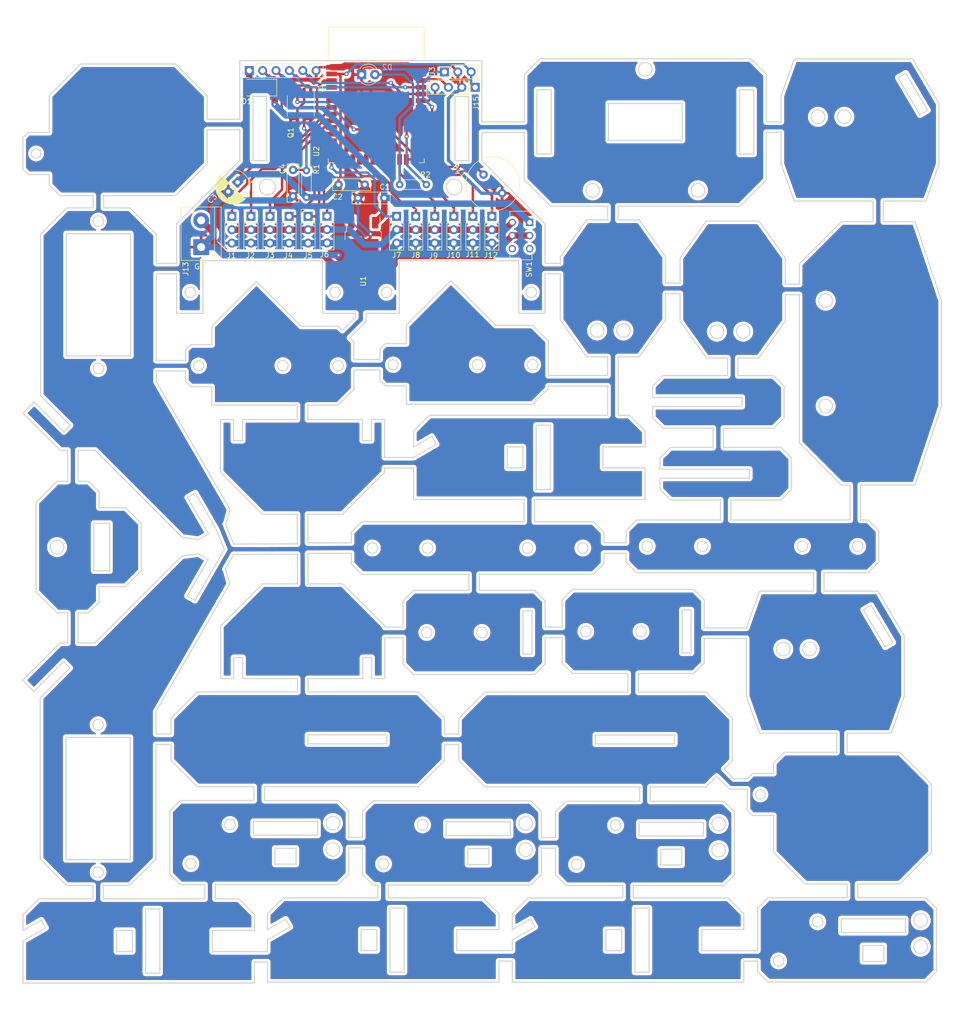
<source format=kicad_pcb>
(kicad_pcb (version 20171130) (host pcbnew "(5.1.5)-3")
  (layers (0 F.Cu signal) (31 B.Cu signal) (34 B.Paste user) (35 F.Paste user) (36 B.SilkS user) (37 F.SilkS user) (38 B.Mask user) (39 F.Mask user) (44 Edge.Cuts user))
  (net 0 "")
  (net 1 GND)
  (net 2 "Net-(BZ1-Pad1)")
  (net 3 +BATT)
  (net 4 +3V3)
  (net 5 EN)
  (net 6 +5V)
  (net 7 "Net-(D2-Pad2)")
  (net 8 SV0)
  (net 9 SV1)
  (net 10 SV2)
  (net 11 SV3)
  (net 12 SV4)
  (net 13 SV5)
  (net 14 SV6)
  (net 15 SV7)
  (net 16 SV8)
  (net 17 SV9)
  (net 18 SV10)
  (net 19 SV11)
  (net 20 "Net-(J13-Pad2)")
  (net 21 "Net-(J14-Pad5)")
  (net 22 "Net-(J14-Pad4)")
  (net 23 RTS)
  (net 24 DTR)
  (net 25 IO0)
  (net 26 "Net-(R2-Pad1)")
  (net 27 "Net-(U2-Pad37)")
  (net 28 "Net-(U2-Pad32)")
  (net 29 "Net-(U2-Pad31)")
  (net 30 "Net-(U2-Pad29)")
  (net 31 "Net-(U2-Pad22)")
  (net 32 "Net-(U2-Pad21)")
  (net 33 "Net-(U2-Pad20)")
  (net 34 "Net-(U2-Pad19)")
  (net 35 "Net-(U2-Pad18)")
  (net 36 "Net-(U2-Pad17)")
  (net 37 "Net-(U2-Pad7)")
  (net 38 "Net-(U2-Pad6)")
  (net 39 "Net-(U2-Pad5)")
  (net 40 "Net-(U2-Pad4)")
  (net 41 "Net-(C1-Pad1)")
  (net 42 "Net-(SW1-Pad6)")
  (net 43 "Net-(SW1-Pad3)")
  (net 44 "Net-(J15-Pad4)")
  (net 45 "Net-(J15-Pad3)")
  (module Connector_PinHeader_2.54mm:PinHeader_1x04_P2.54mm_Vertical (layer F.Cu) (at 108.966 21.463 270)
    (fp_text reference J15 (at 3.017 -0.194 90) (layer F.SilkS))
    (fp_text value Conn_01x04)
    (pad 4 thru_hole oval (at 0 7.62 270) (size 1.7 1.7) (drill 1) (layers *.Cu *.Mask) (net 44 "Net-(J15-Pad4)"))
    (pad 3 thru_hole oval (at 0 5.08 270) (size 1.7 1.7) (drill 1) (layers *.Cu *.Mask) (net 45 "Net-(J15-Pad3)"))
    (pad 2 thru_hole oval (at 0 2.54 270) (size 1.7 1.7) (drill 1) (layers *.Cu *.Mask) (net 1 GND))
    (pad 1 thru_hole rect (at 0 0 270) (size 1.7 1.7) (drill 1) (layers *.Cu *.Mask) (net 4 +3V3))
  )
  (module Button_Switch_THT:SW_CuK_JS202011CQN_DPDT_Straight (layer F.Cu) (at 119.3165 47.117 270)
    (fp_text reference SW1 (at 8.923 0.1165 90) (layer F.SilkS))
    (fp_text value SW_DPDT_x2)
    (pad 6 thru_hole circle (at 5 3.3 270) (size 1.4 1.4) (drill 0.9) (layers *.Cu *.Mask) (net 42 "Net-(SW1-Pad6)"))
    (pad 5 thru_hole circle (at 2.5 3.3 270) (size 1.4 1.4) (drill 0.9) (layers *.Cu *.Mask) (net 20 "Net-(J13-Pad2)"))
    (pad 4 thru_hole circle (at 0 3.3 270) (size 1.4 1.4) (drill 0.9) (layers *.Cu *.Mask) (net 3 +BATT))
    (pad 3 thru_hole circle (at 5 0 270) (size 1.4 1.4) (drill 0.9) (layers *.Cu *.Mask) (net 43 "Net-(SW1-Pad3)"))
    (pad 2 thru_hole circle (at 2.5 0 270) (size 1.4 1.4) (drill 0.9) (layers *.Cu *.Mask) (net 20 "Net-(J13-Pad2)"))
    (pad 1 thru_hole rect (at 0 0 270) (size 1.4 1.4) (drill 0.9) (layers *.Cu *.Mask) (net 41 "Net-(C1-Pad1)"))
  )
  (module Connector_PinHeader_2.54mm:PinHeader_1x03_P2.54mm_Vertical (layer F.Cu) (at 103.124 18.542 90)
    (fp_text reference U3 (at 0 -2.33 90) (layer F.SilkS))
    (fp_text value TSDP341xx)
    (pad 3 thru_hole oval (at 0 5.08 90) (size 1.7 1.7) (drill 1) (layers *.Cu *.Mask) (net 4 +3V3))
    (pad 2 thru_hole oval (at 0 2.54 90) (size 1.7 1.7) (drill 1) (layers *.Cu *.Mask) (net 1 GND))
    (pad 1 thru_hole rect (at 0 0 90) (size 1.7 1.7) (drill 1) (layers *.Cu *.Mask) (net 30 "Net-(U2-Pad29)"))
  )
  (module RF_Module:ESP32-WROOM-32 (layer F.Cu) (at 90.17 25.908)
    (fp_text reference U2 (at -11.37 7.732 90) (layer F.SilkS))
    (fp_text value ESP32-WROOM-32)
    (pad 38 smd rect (at 8.5 -8.255) (size 2 0.9) (layers F.Cu F.Paste F.Mask) (net 1 GND))
    (pad 37 smd rect (at 8.5 -6.985) (size 2 0.9) (layers F.Cu F.Paste F.Mask) (net 27 "Net-(U2-Pad37)"))
    (pad 36 smd rect (at 8.5 -5.715) (size 2 0.9) (layers F.Cu F.Paste F.Mask) (net 45 "Net-(J15-Pad3)"))
    (pad 35 smd rect (at 8.5 -4.445) (size 2 0.9) (layers F.Cu F.Paste F.Mask) (net 22 "Net-(J14-Pad4)"))
    (pad 34 smd rect (at 8.5 -3.175) (size 2 0.9) (layers F.Cu F.Paste F.Mask) (net 21 "Net-(J14-Pad5)"))
    (pad 33 smd rect (at 8.5 -1.905) (size 2 0.9) (layers F.Cu F.Paste F.Mask) (net 44 "Net-(J15-Pad4)"))
    (pad 32 smd rect (at 8.5 -0.635) (size 2 0.9) (layers F.Cu F.Paste F.Mask) (net 28 "Net-(U2-Pad32)"))
    (pad 31 smd rect (at 8.5 0.635) (size 2 0.9) (layers F.Cu F.Paste F.Mask) (net 29 "Net-(U2-Pad31)"))
    (pad 30 smd rect (at 8.5 1.905) (size 2 0.9) (layers F.Cu F.Paste F.Mask) (net 26 "Net-(R2-Pad1)"))
    (pad 29 smd rect (at 8.5 3.175) (size 2 0.9) (layers F.Cu F.Paste F.Mask) (net 30 "Net-(U2-Pad29)"))
    (pad 28 smd rect (at 8.5 4.445) (size 2 0.9) (layers F.Cu F.Paste F.Mask) (net 2 "Net-(BZ1-Pad1)"))
    (pad 27 smd rect (at 8.5 5.715) (size 2 0.9) (layers F.Cu F.Paste F.Mask) (net 19 SV11))
    (pad 26 smd rect (at 8.5 6.985) (size 2 0.9) (layers F.Cu F.Paste F.Mask) (net 18 SV10))
    (pad 25 smd rect (at 8.5 8.255) (size 2 0.9) (layers F.Cu F.Paste F.Mask) (net 25 IO0))
    (pad 24 smd rect (at 5.715 9.255 90) (size 2 0.9) (layers F.Cu F.Paste F.Mask) (net 17 SV9))
    (pad 23 smd rect (at 4.445 9.255 90) (size 2 0.9) (layers F.Cu F.Paste F.Mask) (net 16 SV8))
    (pad 22 smd rect (at 3.175 9.255 90) (size 2 0.9) (layers F.Cu F.Paste F.Mask) (net 31 "Net-(U2-Pad22)"))
    (pad 21 smd rect (at 1.905 9.255 90) (size 2 0.9) (layers F.Cu F.Paste F.Mask) (net 32 "Net-(U2-Pad21)"))
    (pad 20 smd rect (at 0.635 9.255 90) (size 2 0.9) (layers F.Cu F.Paste F.Mask) (net 33 "Net-(U2-Pad20)"))
    (pad 19 smd rect (at -0.635 9.255 90) (size 2 0.9) (layers F.Cu F.Paste F.Mask) (net 34 "Net-(U2-Pad19)"))
    (pad 18 smd rect (at -1.905 9.255 90) (size 2 0.9) (layers F.Cu F.Paste F.Mask) (net 35 "Net-(U2-Pad18)"))
    (pad 17 smd rect (at -3.175 9.255 90) (size 2 0.9) (layers F.Cu F.Paste F.Mask) (net 36 "Net-(U2-Pad17)"))
    (pad 16 smd rect (at -4.445 9.255 90) (size 2 0.9) (layers F.Cu F.Paste F.Mask) (net 15 SV7))
    (pad 15 smd rect (at -5.715 9.255 90) (size 2 0.9) (layers F.Cu F.Paste F.Mask) (net 1 GND))
    (pad 14 smd rect (at -8.5 8.255) (size 2 0.9) (layers F.Cu F.Paste F.Mask) (net 14 SV6))
    (pad 13 smd rect (at -8.5 6.985) (size 2 0.9) (layers F.Cu F.Paste F.Mask) (net 13 SV5))
    (pad 12 smd rect (at -8.5 5.715) (size 2 0.9) (layers F.Cu F.Paste F.Mask) (net 12 SV4))
    (pad 11 smd rect (at -8.5 4.445) (size 2 0.9) (layers F.Cu F.Paste F.Mask) (net 11 SV3))
    (pad 10 smd rect (at -8.5 3.175) (size 2 0.9) (layers F.Cu F.Paste F.Mask) (net 10 SV2))
    (pad 9 smd rect (at -8.5 1.905) (size 2 0.9) (layers F.Cu F.Paste F.Mask) (net 9 SV1))
    (pad 8 smd rect (at -8.5 0.635) (size 2 0.9) (layers F.Cu F.Paste F.Mask) (net 8 SV0))
    (pad 7 smd rect (at -8.5 -0.635) (size 2 0.9) (layers F.Cu F.Paste F.Mask) (net 37 "Net-(U2-Pad7)"))
    (pad 6 smd rect (at -8.5 -1.905) (size 2 0.9) (layers F.Cu F.Paste F.Mask) (net 38 "Net-(U2-Pad6)"))
    (pad 5 smd rect (at -8.5 -3.175) (size 2 0.9) (layers F.Cu F.Paste F.Mask) (net 39 "Net-(U2-Pad5)"))
    (pad 4 smd rect (at -8.5 -4.445) (size 2 0.9) (layers F.Cu F.Paste F.Mask) (net 40 "Net-(U2-Pad4)"))
    (pad 3 smd rect (at -8.5 -5.715) (size 2 0.9) (layers F.Cu F.Paste F.Mask) (net 5 EN))
    (pad 2 smd rect (at -8.5 -6.985) (size 2 0.9) (layers F.Cu F.Paste F.Mask) (net 4 +3V3))
    (pad 1 smd rect (at -8.5 -8.255) (size 2 0.9) (layers F.Cu F.Paste F.Mask) (net 1 GND))
    (pad 39 smd rect (at -1 -0.755) (size 5 5) (layers F.Cu F.Paste F.Mask) (net 1 GND))
  )
  (module Package_TO_SOT_SMD:TO-252-2 (layer F.Cu) (at 87.6935 51.3715 270)
    (fp_text reference U1 (at 6.9215 0 90) (layer F.SilkS))
    (fp_text value LF33_TO252)
    (pad 2 smd rect (at 2.1 0 270) (size 6.4 5.8) (layers F.Cu F.Mask) (net 1 GND))
    (pad 3 smd rect (at -4.2 2.28 270) (size 2.2 1.2) (layers F.Cu F.Paste F.Mask) (net 4 +3V3))
    (pad 1 smd rect (at -4.2 -2.28 270) (size 2.2 1.2) (layers F.Cu F.Paste F.Mask) (net 41 "Net-(C1-Pad1)"))
  )
  (module Resistor_THT:R_Axial_DIN0204_L3.6mm_D1.6mm_P5.08mm_Horizontal (layer F.Cu) (at 99.695 39.9415 180)
    (fp_text reference R2 (at 0.185 1.8815) (layer F.SilkS))
    (fp_text value 100)
    (pad 2 thru_hole oval (at 5.08 0 180) (size 1.4 1.4) (drill 0.7) (layers *.Cu *.Mask) (net 7 "Net-(D2-Pad2)"))
    (pad 1 thru_hole circle (at 0 0 180) (size 1.4 1.4) (drill 0.7) (layers *.Cu *.Mask) (net 26 "Net-(R2-Pad1)"))
  )
  (module Resistor_THT:R_Axial_DIN0204_L3.6mm_D1.6mm_P5.08mm_Horizontal (layer F.Cu) (at 76.8985 42.3545 90)
    (fp_text reference R1 (at 5.334 1.905 90) (layer F.SilkS))
    (fp_text value 10k)
    (pad 2 thru_hole oval (at 5.08 0 90) (size 1.4 1.4) (drill 0.7) (layers *.Cu *.Mask) (net 5 EN))
    (pad 1 thru_hole circle (at 0 0 90) (size 1.4 1.4) (drill 0.7) (layers *.Cu *.Mask) (net 4 +3V3))
  )
  (module Package_SO:SOIC-8_3.9x4.9mm_P1.27mm (layer F.Cu) (at 75.819 25.019 270)
    (fp_text reference Q1 (at 5.08 1.905 90) (layer F.SilkS))
    (fp_text value STS2DNE60)
    (pad 8 smd roundrect (at 2.475 -1.905 270) (size 1.95 0.6) (layers F.Cu F.Paste F.Mask) (net 5 EN))
    (pad 7 smd roundrect (at 2.475 -0.635 270) (size 1.95 0.6) (layers F.Cu F.Paste F.Mask) (net 5 EN))
    (pad 6 smd roundrect (at 2.475 0.635 270) (size 1.95 0.6) (layers F.Cu F.Paste F.Mask) (net 24 DTR))
    (pad 5 smd roundrect (at 2.475 1.905 270) (size 1.95 0.6) (layers F.Cu F.Paste F.Mask) (net 24 DTR))
    (pad 4 smd roundrect (at -2.475 1.905 270) (size 1.95 0.6) (layers F.Cu F.Paste F.Mask) (net 23 RTS))
    (pad 3 smd roundrect (at -2.475 0.635 270) (size 1.95 0.6) (layers F.Cu F.Paste F.Mask) (net 25 IO0))
    (pad 2 smd roundrect (at -2.475 -0.635 270) (size 1.95 0.6) (layers F.Cu F.Paste F.Mask) (net 24 DTR))
    (pad 1 smd roundrect (at -2.475 -1.905 270) (size 1.95 0.6) (layers F.Cu F.Paste F.Mask) (net 23 RTS))
  )
  (module Connector_PinHeader_2.54mm:PinHeader_1x06_P2.54mm_Vertical (layer F.Cu) (at 66.04 18.288 90)
    (fp_text reference J14 (at -2.8575 13.462 90) (layer F.SilkS))
    (fp_text value Conn_01x06)
    (pad 6 thru_hole oval (at 0 12.7 90) (size 1.7 1.7) (drill 1) (layers *.Cu *.Mask) (net 1 GND))
    (pad 5 thru_hole oval (at 0 10.16 90) (size 1.7 1.7) (drill 1) (layers *.Cu *.Mask) (net 21 "Net-(J14-Pad5)"))
    (pad 4 thru_hole oval (at 0 7.62 90) (size 1.7 1.7) (drill 1) (layers *.Cu *.Mask) (net 22 "Net-(J14-Pad4)"))
    (pad 3 thru_hole oval (at 0 5.08 90) (size 1.7 1.7) (drill 1) (layers *.Cu *.Mask) (net 23 RTS))
    (pad 2 thru_hole oval (at 0 2.54 90) (size 1.7 1.7) (drill 1) (layers *.Cu *.Mask) (net 24 DTR))
    (pad 1 thru_hole rect (at 0 0 90) (size 1.7 1.7) (drill 1) (layers *.Cu *.Mask) (net 6 +5V))
  )
  (module TerminalBlock:TerminalBlock_bornier-2_P5.08mm (layer F.Cu) (at 56.896 51.816 90)
    (fp_text reference J13 (at -4.134 -2.946 90) (layer F.SilkS))
    (fp_text value Conn_01x02)
    (pad 2 thru_hole circle (at 5.08 0 90) (size 3 3) (drill 1.52) (layers *.Cu *.Mask) (net 20 "Net-(J13-Pad2)"))
    (pad 1 thru_hole rect (at 0 0 90) (size 3 3) (drill 1.52) (layers *.Cu *.Mask) (net 1 GND))
  )
  (module Connector_PinHeader_2.54mm:PinHeader_1x03_P2.54mm_Vertical (layer F.Cu) (at 112.141 45.974)
    (fp_text reference J12 (at -0.1905 7.366) (layer F.SilkS))
    (fp_text value Conn_01x03)
    (pad 3 thru_hole oval (at 0 5.08) (size 1.7 1.7) (drill 1) (layers *.Cu *.Mask) (net 1 GND))
    (pad 2 thru_hole oval (at 0 2.54) (size 1.7 1.7) (drill 1) (layers *.Cu *.Mask) (net 3 +BATT))
    (pad 1 thru_hole rect (at 0 0) (size 1.7 1.7) (drill 1) (layers *.Cu *.Mask) (net 19 SV11))
  )
  (module Connector_PinHeader_2.54mm:PinHeader_1x03_P2.54mm_Vertical (layer F.Cu) (at 108.5215 45.974)
    (fp_text reference J11 (at -0.0635 7.239) (layer F.SilkS))
    (fp_text value Conn_01x03)
    (pad 3 thru_hole oval (at 0 5.08) (size 1.7 1.7) (drill 1) (layers *.Cu *.Mask) (net 1 GND))
    (pad 2 thru_hole oval (at 0 2.54) (size 1.7 1.7) (drill 1) (layers *.Cu *.Mask) (net 3 +BATT))
    (pad 1 thru_hole rect (at 0 0) (size 1.7 1.7) (drill 1) (layers *.Cu *.Mask) (net 18 SV10))
  )
  (module Connector_PinHeader_2.54mm:PinHeader_1x03_P2.54mm_Vertical (layer F.Cu) (at 104.902 45.974)
    (fp_text reference J10 (at -0.0635 7.366) (layer F.SilkS))
    (fp_text value Conn_01x03)
    (pad 3 thru_hole oval (at 0 5.08) (size 1.7 1.7) (drill 1) (layers *.Cu *.Mask) (net 1 GND))
    (pad 2 thru_hole oval (at 0 2.54) (size 1.7 1.7) (drill 1) (layers *.Cu *.Mask) (net 3 +BATT))
    (pad 1 thru_hole rect (at 0 0) (size 1.7 1.7) (drill 1) (layers *.Cu *.Mask) (net 17 SV9))
  )
  (module Connector_PinHeader_2.54mm:PinHeader_1x03_P2.54mm_Vertical (layer F.Cu) (at 101.2825 45.974)
    (fp_text reference J9 (at -0.254 7.493) (layer F.SilkS))
    (fp_text value Conn_01x03)
    (pad 3 thru_hole oval (at 0 5.08) (size 1.7 1.7) (drill 1) (layers *.Cu *.Mask) (net 1 GND))
    (pad 2 thru_hole oval (at 0 2.54) (size 1.7 1.7) (drill 1) (layers *.Cu *.Mask) (net 3 +BATT))
    (pad 1 thru_hole rect (at 0 0) (size 1.7 1.7) (drill 1) (layers *.Cu *.Mask) (net 16 SV8))
  )
  (module Connector_PinHeader_2.54mm:PinHeader_1x03_P2.54mm_Vertical (layer F.Cu) (at 97.663 45.974)
    (fp_text reference J8 (at 0 7.366) (layer F.SilkS))
    (fp_text value Conn_01x03)
    (pad 3 thru_hole oval (at 0 5.08) (size 1.7 1.7) (drill 1) (layers *.Cu *.Mask) (net 1 GND))
    (pad 2 thru_hole oval (at 0 2.54) (size 1.7 1.7) (drill 1) (layers *.Cu *.Mask) (net 3 +BATT))
    (pad 1 thru_hole rect (at 0 0) (size 1.7 1.7) (drill 1) (layers *.Cu *.Mask) (net 15 SV7))
  )
  (module Connector_PinHeader_2.54mm:PinHeader_1x03_P2.54mm_Vertical (layer F.Cu) (at 94.0435 45.974)
    (fp_text reference J7 (at 0 7.366) (layer F.SilkS))
    (fp_text value Conn_01x03)
    (pad 3 thru_hole oval (at 0 5.08) (size 1.7 1.7) (drill 1) (layers *.Cu *.Mask) (net 1 GND))
    (pad 2 thru_hole oval (at 0 2.54) (size 1.7 1.7) (drill 1) (layers *.Cu *.Mask) (net 3 +BATT))
    (pad 1 thru_hole rect (at 0 0) (size 1.7 1.7) (drill 1) (layers *.Cu *.Mask) (net 14 SV6))
  )
  (module Connector_PinHeader_2.54mm:PinHeader_1x03_P2.54mm_Vertical (layer F.Cu) (at 80.8105 45.9375)
    (fp_text reference J6 (at -0.483 7.2755) (layer F.SilkS))
    (fp_text value Conn_01x03)
    (pad 3 thru_hole oval (at 0 5.08) (size 1.7 1.7) (drill 1) (layers *.Cu *.Mask) (net 1 GND))
    (pad 2 thru_hole oval (at 0 2.54) (size 1.7 1.7) (drill 1) (layers *.Cu *.Mask) (net 3 +BATT))
    (pad 1 thru_hole rect (at 0 0) (size 1.7 1.7) (drill 1) (layers *.Cu *.Mask) (net 13 SV5))
  )
  (module Connector_PinHeader_2.54mm:PinHeader_1x03_P2.54mm_Vertical (layer F.Cu) (at 77.216 45.974)
    (fp_text reference J5 (at 0 7.4295) (layer F.SilkS))
    (fp_text value Conn_01x03)
    (pad 3 thru_hole oval (at 0 5.08) (size 1.7 1.7) (drill 1) (layers *.Cu *.Mask) (net 1 GND))
    (pad 2 thru_hole oval (at 0 2.54) (size 1.7 1.7) (drill 1) (layers *.Cu *.Mask) (net 3 +BATT))
    (pad 1 thru_hole rect (at 0 0) (size 1.7 1.7) (drill 1) (layers *.Cu *.Mask) (net 12 SV4))
  )
  (module Connector_PinHeader_2.54mm:PinHeader_1x03_P2.54mm_Vertical (layer F.Cu) (at 73.5965 45.974)
    (fp_text reference J4 (at -0.127 7.4295) (layer F.SilkS))
    (fp_text value Conn_01x03)
    (pad 3 thru_hole oval (at 0 5.08) (size 1.7 1.7) (drill 1) (layers *.Cu *.Mask) (net 1 GND))
    (pad 2 thru_hole oval (at 0 2.54) (size 1.7 1.7) (drill 1) (layers *.Cu *.Mask) (net 3 +BATT))
    (pad 1 thru_hole rect (at 0 0) (size 1.7 1.7) (drill 1) (layers *.Cu *.Mask) (net 11 SV3))
  )
  (module Connector_PinHeader_2.54mm:PinHeader_1x03_P2.54mm_Vertical (layer F.Cu) (at 69.977 45.974)
    (fp_text reference J3 (at 0 7.366) (layer F.SilkS))
    (fp_text value Conn_01x03)
    (pad 3 thru_hole oval (at 0 5.08) (size 1.7 1.7) (drill 1) (layers *.Cu *.Mask) (net 1 GND))
    (pad 2 thru_hole oval (at 0 2.54) (size 1.7 1.7) (drill 1) (layers *.Cu *.Mask) (net 3 +BATT))
    (pad 1 thru_hole rect (at 0 0) (size 1.7 1.7) (drill 1) (layers *.Cu *.Mask) (net 10 SV2))
  )
  (module Connector_PinHeader_2.54mm:PinHeader_1x03_P2.54mm_Vertical (layer F.Cu) (at 66.3575 45.974)
    (fp_text reference J2 (at -0.127 7.4295) (layer F.SilkS))
    (fp_text value Conn_01x03)
    (pad 3 thru_hole oval (at 0 5.08) (size 1.7 1.7) (drill 1) (layers *.Cu *.Mask) (net 1 GND))
    (pad 2 thru_hole oval (at 0 2.54) (size 1.7 1.7) (drill 1) (layers *.Cu *.Mask) (net 3 +BATT))
    (pad 1 thru_hole rect (at 0 0) (size 1.7 1.7) (drill 1) (layers *.Cu *.Mask) (net 9 SV1))
  )
  (module Connector_PinHeader_2.54mm:PinHeader_1x03_P2.54mm_Vertical (layer F.Cu) (at 62.738 45.974)
    (fp_text reference J1 (at -0.0635 7.4295) (layer F.SilkS))
    (fp_text value Conn_01x03)
    (pad 3 thru_hole oval (at 0 5.08) (size 1.7 1.7) (drill 1) (layers *.Cu *.Mask) (net 1 GND))
    (pad 2 thru_hole oval (at 0 2.54) (size 1.7 1.7) (drill 1) (layers *.Cu *.Mask) (net 3 +BATT))
    (pad 1 thru_hole rect (at 0 0) (size 1.7 1.7) (drill 1) (layers *.Cu *.Mask) (net 8 SV0))
  )
  (module LED_THT:LED_D3.0mm (layer F.Cu) (at 87.376 19.05)
    (fp_text reference D2 (at 4.8895 -1.397) (layer B.SilkS) (effects (justify mirror)))
    (fp_text value LED)
    (pad 2 thru_hole circle (at 2.54 0) (size 1.8 1.8) (drill 0.9) (layers *.Cu *.Mask) (net 7 "Net-(D2-Pad2)"))
    (pad 1 thru_hole rect (at 0 0) (size 1.8 1.8) (drill 0.9) (layers *.Cu *.Mask) (net 1 GND))
  )
  (module Diode_SMD:D_2010_5025Metric (layer F.Cu) (at 68.072 21.5265 180)
    (fp_text reference D1 (at 2.512 -2.6135) (layer F.SilkS))
    (fp_text value D_Schottky)
    (pad 2 smd roundrect (at 2.25 0 180) (size 1.35 2.65) (layers F.Cu F.Paste F.Mask) (roundrect_rratio 0.185185) (net 6 +5V))
    (pad 1 smd roundrect (at -2.25 0 180) (size 1.35 2.65) (layers F.Cu F.Paste F.Mask) (roundrect_rratio 0.185185) (net 41 "Net-(C1-Pad1)"))
  )
  (module Capacitor_THT:C_Rect_L7.0mm_W2.0mm_P5.00mm (layer F.Cu) (at 74.3585 37.1475 270)
    (fp_text reference C4 (at -0.1905 1.9685 90) (layer F.SilkS))
    (fp_text value 0.1u)
    (pad 2 thru_hole circle (at 5 0 270) (size 1.6 1.6) (drill 0.8) (layers *.Cu *.Mask) (net 1 GND))
    (pad 1 thru_hole circle (at 0 0 270) (size 1.6 1.6) (drill 0.8) (layers *.Cu *.Mask) (net 5 EN))
  )
  (module Capacitor_THT:CP_Radial_D6.3mm_P2.50mm (layer F.Cu) (at 63.8175 39.497 225)
    (fp_text reference C3 (at 5.61266 1.212335 45) (layer F.SilkS))
    (fp_text value 47u)
    (pad 2 thru_hole circle (at 2.5 0 225) (size 1.6 1.6) (drill 0.8) (layers *.Cu *.Mask) (net 1 GND))
    (pad 1 thru_hole rect (at 0 0 225) (size 1.6 1.6) (drill 0.8) (layers *.Cu *.Mask) (net 4 +3V3))
  )
  (module Capacitor_THT:C_Rect_L7.0mm_W2.0mm_P5.00mm (layer F.Cu) (at 82.9945 39.9415)
    (fp_text reference C2 (at -0.1905 2.3495) (layer F.SilkS))
    (fp_text value 0.1u)
    (pad 2 thru_hole circle (at 5 0) (size 1.6 1.6) (drill 0.8) (layers *.Cu *.Mask) (net 1 GND))
    (pad 1 thru_hole circle (at 0 0) (size 1.6 1.6) (drill 0.8) (layers *.Cu *.Mask) (net 4 +3V3))
  )
  (module Capacitor_THT:C_Rect_L7.0mm_W2.0mm_P5.00mm (layer F.Cu) (at 91.694 42.4815 180)
    (fp_text reference C1 (at -0.0635 2.0955) (layer F.SilkS))
    (fp_text value 10u)
    (pad 2 thru_hole circle (at 5 0 180) (size 1.6 1.6) (drill 0.8) (layers *.Cu *.Mask) (net 1 GND))
    (pad 1 thru_hole circle (at 0 0 180) (size 1.6 1.6) (drill 0.8) (layers *.Cu *.Mask) (net 41 "Net-(C1-Pad1)"))
  )
  (module Capacitor_THT:C_Radial_D10.0mm_H12.5mm_P5.00mm (layer F.Cu) (at 110.5535 38.0365 315)
    (fp_text reference BZ1 (at -3.761808 2.663671 135) (layer F.SilkS))
    (fp_text value Buzzer)
    (pad 2 thru_hole circle (at 5 0 315) (size 1.6 1.6) (drill 0.8) (layers *.Cu *.Mask) (net 1 GND))
    (pad 1 thru_hole circle (at 0 0 315) (size 1.6 1.6) (drill 0.8) (layers *.Cu *.Mask) (net 2 "Net-(BZ1-Pad1)"))
  )
  (gr_text G (at 56.11 55.52) (layer F.SilkS) (effects (font (size 1 1))))
  (gr_circle (center 104.986848 40.397982) (end 106.486848 40.397982) (layer Edge.Cuts) (width 0.2))
  (gr_line (start 164.306578 28.034313) (end 167.110127 28.034313) (layer Edge.Cuts) (width 0.2))
  (gr_line (start 110.236848 35.397982) (end 122.236848 47.397982) (layer Edge.Cuts) (width 0.2))
  (gr_line (start 197.570052 81.989073) (end 192.570052 96.989073) (layer Edge.Cuts) (width 0.2))
  (gr_line (start 186.570052 46.989074) (end 192.570052 46.989074) (layer Edge.Cuts) (width 0.2))
  (gr_line (start 169.610127 16.066435) (end 192.110127 16.066435) (layer Edge.Cuts) (width 0.2))
  (gr_line (start 64.236848 16.397982) (end 110.236848 16.397982) (layer Edge.Cuts) (width 0.2))
  (gr_line (start 134.14042 44.034313) (end 123.306578 44.034313) (layer Edge.Cuts) (width 0.2))
  (gr_line (start 69.336848 35.397982) (end 69.336848 23.197982) (layer Edge.Cuts) (width 0.2))
  (gr_circle (center 69.486848 40.397982) (end 70.986848 40.397982) (layer Edge.Cuts) (width 0.2))
  (gr_line (start 197.570052 61.989074) (end 197.570052 81.989073) (layer Edge.Cuts) (width 0.2))
  (gr_line (start 186.570052 43.066435) (end 186.570052 46.989074) (layer Edge.Cuts) (width 0.2))
  (gr_line (start 194.610127 43.066435) (end 186.570052 43.066435) (layer Edge.Cuts) (width 0.2))
  (gr_line (start 197.110127 36.066435) (end 194.610127 43.066435) (layer Edge.Cuts) (width 0.2))
  (gr_line (start 125.14042 54.897982) (end 125.14042 53.649166) (layer Edge.Cuts) (width 0.2))
  (gr_circle (center 82.336848 60.397982) (end 83.336848 60.397982) (layer Edge.Cuts) (width 0.2))
  (gr_line (start 192.110127 16.066435) (end 197.110127 24.566435) (layer Edge.Cuts) (width 0.2))
  (gr_line (start 110.236848 28.034313) (end 118.306578 28.034313) (layer Edge.Cuts) (width 0.2))
  (gr_line (start 107.736848 23.197982) (end 105.136848 23.197982) (layer Edge.Cuts) (width 0.2))
  (gr_line (start 161.306578 16.034313) (end 164.306578 19.034313) (layer Edge.Cuts) (width 0.2))
  (gr_line (start 118.306578 28.034313) (end 118.306578 19.034313) (layer Edge.Cuts) (width 0.2))
  (gr_line (start 110.236848 16.397982) (end 110.236848 28.034313) (layer Edge.Cuts) (width 0.2))
  (gr_line (start 69.336848 23.197982) (end 66.736848 23.197982) (layer Edge.Cuts) (width 0.2))
  (gr_line (start 123.306578 44.034313) (end 118.306578 39.034313) (layer Edge.Cuts) (width 0.2))
  (gr_line (start 110.236848 30.034313) (end 110.236848 35.397982) (layer Edge.Cuts) (width 0.2))
  (gr_line (start 107.736848 35.397982) (end 107.736848 23.197982) (layer Edge.Cuts) (width 0.2))
  (gr_line (start 105.136848 23.197982) (end 105.136848 35.397982) (layer Edge.Cuts) (width 0.2))
  (gr_line (start 130.14042 46.649166) (end 134.14042 46.649166) (layer Edge.Cuts) (width 0.2))
  (gr_line (start 122.236848 47.397982) (end 122.236848 54.897982) (layer Edge.Cuts) (width 0.2))
  (gr_line (start 105.136848 35.397982) (end 107.736848 35.397982) (layer Edge.Cuts) (width 0.2))
  (gr_circle (center 92.136848 60.397982) (end 93.136848 60.397982) (layer Edge.Cuts) (width 0.2))
  (gr_circle (center 54.836848 60.397982) (end 55.836848 60.397982) (layer Edge.Cuts) (width 0.2))
  (gr_line (start 164.306578 19.034313) (end 164.306578 28.034313) (layer Edge.Cuts) (width 0.2))
  (gr_line (start 118.306578 19.034313) (end 121.306578 16.034313) (layer Edge.Cuts) (width 0.2))
  (gr_line (start 66.736848 35.397982) (end 69.336848 35.397982) (layer Edge.Cuts) (width 0.2))
  (gr_line (start 66.736848 23.197982) (end 66.736848 35.397982) (layer Edge.Cuts) (width 0.2))
  (gr_line (start 134.14042 46.649166) (end 134.14042 44.034313) (layer Edge.Cuts) (width 0.2))
  (gr_line (start 185.658411 105.640597) (end 185.658411 111.640597) (layer Edge.Cuts) (width 0.2))
  (gr_line (start 182.202728 96.989073) (end 182.202728 103.640597) (layer Edge.Cuts) (width 0.2))
  (gr_line (start 167.110127 28.034313) (end 167.110127 23.066435) (layer Edge.Cuts) (width 0.2))
  (gr_line (start 183.658411 103.640597) (end 185.658411 105.640597) (layer Edge.Cuts) (width 0.2))
  (gr_line (start 182.202728 103.640597) (end 183.658411 103.640597) (layer Edge.Cuts) (width 0.2))
  (gr_line (start 192.570052 46.989074) (end 197.570052 61.989074) (layer Edge.Cuts) (width 0.2))
  (gr_line (start 118.306578 39.034313) (end 118.306578 30.034313) (layer Edge.Cuts) (width 0.2))
  (gr_line (start 118.306578 30.034313) (end 110.236848 30.034313) (layer Edge.Cuts) (width 0.2))
  (gr_line (start 125.14042 53.649166) (end 130.14042 46.649166) (layer Edge.Cuts) (width 0.2))
  (gr_circle (center 119.636848 60.397982) (end 120.636848 60.397982) (layer Edge.Cuts) (width 0.2))
  (gr_line (start 197.110127 24.566435) (end 197.110127 36.066435) (layer Edge.Cuts) (width 0.2))
  (gr_line (start 122.236848 54.897982) (end 125.14042 54.897982) (layer Edge.Cuts) (width 0.2))
  (gr_line (start 121.306578 16.034313) (end 161.306578 16.034313) (layer Edge.Cuts) (width 0.2))
  (gr_line (start 192.570052 96.989073) (end 182.202728 96.989073) (layer Edge.Cuts) (width 0.2))
  (gr_line (start 167.110127 23.066435) (end 169.610127 16.066435) (layer Edge.Cuts) (width 0.2))
  (gr_line (start 100.260549 83.748492) (end 134.14042 83.748492) (layer Edge.Cuts) (width 0.2))
  (gr_line (start 144.086094 95.69824) (end 161.086094 95.69824) (layer Edge.Cuts) (width 0.2))
  (gr_line (start 141.260549 93.748492) (end 141.260549 99.748492) (layer Edge.Cuts) (width 0.2))
  (gr_line (start 131.430829 103.962893) (end 133.430829 105.962893) (layer Edge.Cuts) (width 0.2))
  (gr_line (start 91.88457 78.153407) (end 90.88457 77.153407) (layer Edge.Cuts) (width 0.2))
  (gr_line (start 95.88457 81.653407) (end 95.88457 78.153407) (layer Edge.Cuts) (width 0.2))
  (gr_line (start 137.658411 105.640597) (end 139.658411 103.640597) (layer Edge.Cuts) (width 0.2))
  (gr_line (start 137.658411 107.962893) (end 137.658411 105.640597) (layer Edge.Cuts) (width 0.2))
  (gr_line (start 141.260549 99.748492) (end 120.260549 99.748492) (layer Edge.Cuts) (width 0.2))
  (gr_line (start 133.260549 93.748492) (end 141.260549 93.748492) (layer Edge.Cuts) (width 0.2))
  (gr_line (start 133.260549 89.748492) (end 133.260549 93.748492) (layer Edge.Cuts) (width 0.2))
  (gr_line (start 144.677238 76.213998) (end 156.904741 76.213998) (layer Edge.Cuts) (width 0.2))
  (gr_line (start 145.14042 65.649166) (end 140.14042 72.649165) (layer Edge.Cuts) (width 0.2))
  (gr_line (start 142.677238 78.213998) (end 144.677238 76.213998) (layer Edge.Cuts) (width 0.2))
  (gr_line (start 142.677238 82.063998) (end 159.677238 82.063998) (layer Edge.Cuts) (width 0.2))
  (gr_circle (center 137.14042 67.649166) (end 138.44042 67.649166) (layer Edge.Cuts) (width 0.2))
  (gr_line (start 146.086094 89.84824) (end 154.177238 89.84824) (layer Edge.Cuts) (width 0.2))
  (gr_circle (center 119.88457 74.153407) (end 120.88457 74.153407) (layer Edge.Cuts) (width 0.2))
  (gr_line (start 90.88457 77.153407) (end 90.88457 75.153407) (layer Edge.Cuts) (width 0.2))
  (gr_line (start 144.086094 93.99824) (end 144.086094 91.84824) (layer Edge.Cuts) (width 0.2))
  (gr_line (start 154.177238 86.213998) (end 144.677238 86.213998) (layer Edge.Cuts) (width 0.2))
  (gr_line (start 159.677238 80.363998) (end 142.677238 80.363998) (layer Edge.Cuts) (width 0.2))
  (gr_line (start 161.086094 95.69824) (end 161.086094 93.99824) (layer Edge.Cuts) (width 0.2))
  (gr_line (start 133.430829 105.962893) (end 133.430829 107.962893) (layer Edge.Cuts) (width 0.2))
  (gr_line (start 90.88457 75.153407) (end 85.924092 75.153407) (layer Edge.Cuts) (width 0.2))
  (gr_line (start 136.14042 83.748492) (end 138.260549 83.748492) (layer Edge.Cuts) (width 0.2))
  (gr_circle (center 82.924092 74.331875) (end 83.924092 74.331875) (layer Edge.Cuts) (width 0.2))
  (gr_circle (center 109.38457 74.153407) (end 110.38457 74.153407) (layer Edge.Cuts) (width 0.2))
  (gr_line (start 159.677238 82.063998) (end 159.677238 80.363998) (layer Edge.Cuts) (width 0.2))
  (gr_line (start 141.260549 89.748492) (end 133.260549 89.748492) (layer Edge.Cuts) (width 0.2))
  (gr_line (start 144.677238 86.213998) (end 142.677238 84.213998) (layer Edge.Cuts) (width 0.2))
  (gr_line (start 133.430829 107.962893) (end 137.658411 107.962893) (layer Edge.Cuts) (width 0.2))
  (gr_line (start 136.14042 72.649165) (end 136.14042 83.748492) (layer Edge.Cuts) (width 0.2))
  (gr_line (start 120.260549 103.962893) (end 131.430829 103.962893) (layer Edge.Cuts) (width 0.2))
  (gr_line (start 138.260549 83.748492) (end 141.260549 86.748492) (layer Edge.Cuts) (width 0.2))
  (gr_line (start 140.14042 72.649165) (end 136.14042 72.649165) (layer Edge.Cuts) (width 0.2))
  (gr_line (start 122.884571 78.653407) (end 119.884571 81.653407) (layer Edge.Cuts) (width 0.2))
  (gr_circle (center 132.14042 67.649166) (end 133.44042 67.649166) (layer Edge.Cuts) (width 0.2))
  (gr_line (start 134.14042 78.198828) (end 122.884571 78.198828) (layer Edge.Cuts) (width 0.2))
  (gr_line (start 144.086094 97.84824) (end 144.086094 95.69824) (layer Edge.Cuts) (width 0.2))
  (gr_line (start 146.086094 99.84824) (end 144.086094 97.84824) (layer Edge.Cuts) (width 0.2))
  (gr_line (start 139.658411 103.640597) (end 155.586094 103.640597) (layer Edge.Cuts) (width 0.2))
  (gr_circle (center 72.424092 74.331875) (end 73.424092 74.331875) (layer Edge.Cuts) (width 0.2))
  (gr_line (start 152.904741 72.861874) (end 147.904741 65.861875) (layer Edge.Cuts) (width 0.2))
  (gr_line (start 142.677238 80.363998) (end 142.677238 78.213998) (layer Edge.Cuts) (width 0.2))
  (gr_line (start 141.260549 86.748492) (end 141.260549 89.748492) (layer Edge.Cuts) (width 0.2))
  (gr_circle (center 56.424092 74.331875) (end 57.374092 74.331875) (layer Edge.Cuts) (width 0.2))
  (gr_line (start 95.88457 78.153407) (end 91.88457 78.153407) (layer Edge.Cuts) (width 0.2))
  (gr_line (start 97.260549 86.748492) (end 100.260549 83.748492) (layer Edge.Cuts) (width 0.2))
  (gr_line (start 155.586094 103.640597) (end 155.586094 99.84824) (layer Edge.Cuts) (width 0.2))
  (gr_circle (center 93.38457 74.153407) (end 94.33457 74.153407) (layer Edge.Cuts) (width 0.2))
  (gr_line (start 122.884571 78.198828) (end 122.884571 78.653407) (layer Edge.Cuts) (width 0.2))
  (gr_line (start 85.924092 75.153407) (end 85.924092 78.831875) (layer Edge.Cuts) (width 0.2))
  (gr_line (start 97.260549 89.785501) (end 97.260549 86.748492) (layer Edge.Cuts) (width 0.2))
  (gr_line (start 156.904741 72.861874) (end 152.904741 72.861874) (layer Edge.Cuts) (width 0.2))
  (gr_line (start 156.904741 76.213998) (end 156.904741 72.861874) (layer Edge.Cuts) (width 0.2))
  (gr_line (start 142.677238 84.213998) (end 142.677238 82.063998) (layer Edge.Cuts) (width 0.2))
  (gr_line (start 155.586094 99.84824) (end 146.086094 99.84824) (layer Edge.Cuts) (width 0.2))
  (gr_line (start 120.260549 99.748492) (end 120.260549 103.962893) (layer Edge.Cuts) (width 0.2))
  (gr_line (start 154.177238 89.84824) (end 154.177238 86.213998) (layer Edge.Cuts) (width 0.2))
  (gr_line (start 119.884571 81.653407) (end 95.88457 81.653407) (layer Edge.Cuts) (width 0.2))
  (gr_line (start 144.086094 91.84824) (end 146.086094 89.84824) (layer Edge.Cuts) (width 0.2))
  (gr_line (start 161.086094 93.99824) (end 144.086094 93.99824) (layer Edge.Cuts) (width 0.2))
  (gr_line (start 134.14042 83.748492) (end 134.14042 78.198828) (layer Edge.Cuts) (width 0.2))
  (gr_line (start 48.369694 77.368846) (end 62.369694 101.617557) (layer Edge.Cuts) (width 0.2))
  (gr_line (start 42.512747 116.287973) (end 37.512747 116.287973) (layer Edge.Cuts) (width 0.2))
  (gr_line (start 63.051932 84.555163) (end 63.051932 88.555163) (layer Edge.Cuts) (width 0.2))
  (gr_line (start 58.303445 106.274608) (end 56.441491 107.349608) (layer Edge.Cuts) (width 0.2))
  (gr_line (start 55.716122 118.908466) (end 59.716122 111.980263) (layer Edge.Cuts) (width 0.2))
  (gr_line (start 91.751932 84.555163) (end 91.751932 91.748492) (layer Edge.Cuts) (width 0.2))
  (gr_line (start 101.590676 89.248492) (end 100.740676 87.776249) (layer Edge.Cuts) (width 0.2))
  (gr_line (start 97.260549 91.748492) (end 101.590676 89.248492) (layer Edge.Cuts) (width 0.2))
  (gr_line (start 89.251932 88.555163) (end 89.251932 84.555163) (layer Edge.Cuts) (width 0.2))
  (gr_line (start 91.751932 91.748492) (end 97.260549 91.748492) (layer Edge.Cuts) (width 0.2))
  (gr_line (start 45.512747 113.287973) (end 42.512747 116.287973) (layer Edge.Cuts) (width 0.2))
  (gr_line (start 37.512747 98.287973) (end 37.512747 101.287973) (layer Edge.Cuts) (width 0.2))
  (gr_line (start 53.23566 110.469477) (end 56.381924 110.055263) (layer Edge.Cuts) (width 0.2))
  (gr_line (start 60.551932 94.555163) (end 60.551932 84.555163) (layer Edge.Cuts) (width 0.2))
  (gr_line (start 89.251932 84.555163) (end 91.751932 84.555163) (layer Edge.Cuts) (width 0.2))
  (gr_line (start 87.551932 88.555163) (end 89.251932 88.555163) (layer Edge.Cuts) (width 0.2))
  (gr_line (start 37.512747 101.287973) (end 42.512747 101.287973) (layer Edge.Cuts) (width 0.2))
  (gr_line (start 58.924092 81.831875) (end 58.924092 78.331875) (layer Edge.Cuts) (width 0.2))
  (gr_line (start 53.924092 75.331875) (end 48.369694 75.331875) (layer Edge.Cuts) (width 0.2))
  (gr_line (start 33.512747 90.404331) (end 33.512747 96.287973) (layer Edge.Cuts) (width 0.2))
  (gr_line (start 54.924092 78.331875) (end 53.924092 77.331875) (layer Edge.Cuts) (width 0.2))
  (gr_line (start 64.751932 88.555163) (end 64.751932 84.555163) (layer Edge.Cuts) (width 0.2))
  (gr_line (start 63.051932 88.555163) (end 64.751932 88.555163) (layer Edge.Cuts) (width 0.2))
  (gr_line (start 68.551932 102.555163) (end 60.551932 94.555163) (layer Edge.Cuts) (width 0.2))
  (gr_line (start 61.524042 104.415195) (end 63.066829 108.201446) (layer Edge.Cuts) (width 0.2))
  (gr_line (start 61.637643 104.349608) (end 61.524042 104.415195) (layer Edge.Cuts) (width 0.2))
  (gr_line (start 58.243879 111.130263) (end 54.243879 118.058466) (layer Edge.Cuts) (width 0.2))
  (gr_line (start 35.512747 121.287973) (end 33.512747 121.287973) (layer Edge.Cuts) (width 0.2))
  (gr_line (start 37.512747 119.287973) (end 35.512747 121.287973) (layer Edge.Cuts) (width 0.2))
  (gr_line (start 59.775689 105.424608) (end 55.775689 98.496405) (layer Edge.Cuts) (width 0.2))
  (gr_line (start 42.512747 101.287973) (end 45.512747 104.287973) (layer Edge.Cuts) (width 0.2))
  (gr_line (start 54.243879 118.058466) (end 55.716122 118.908466) (layer Edge.Cuts) (width 0.2))
  (gr_line (start 56.381924 110.055263) (end 58.243879 111.130263) (layer Edge.Cuts) (width 0.2))
  (gr_line (start 61.317054 109.207368) (end 59.775689 105.424608) (layer Edge.Cuts) (width 0.2))
  (gr_line (start 100.740676 87.776249) (end 97.260549 89.785501) (layer Edge.Cuts) (width 0.2))
  (gr_line (start 87.551932 84.555163) (end 87.551932 88.555163) (layer Edge.Cuts) (width 0.2))
  (gr_line (start 77.151932 84.555163) (end 87.551932 84.555163) (layer Edge.Cuts) (width 0.2))
  (gr_line (start 85.924092 78.831875) (end 82.924092 81.831875) (layer Edge.Cuts) (width 0.2))
  (gr_line (start 48.369694 75.331875) (end 48.369694 77.368846) (layer Edge.Cuts) (width 0.2))
  (gr_line (start 33.512747 127.000539) (end 36.704597 127.000539) (layer Edge.Cuts) (width 0.2))
  (gr_line (start 45.512747 104.287973) (end 45.512747 113.287973) (layer Edge.Cuts) (width 0.2))
  (gr_line (start 33.512747 96.287973) (end 35.512747 96.287973) (layer Edge.Cuts) (width 0.2))
  (gr_line (start 53.924092 77.331875) (end 53.924092 75.331875) (layer Edge.Cuts) (width 0.2))
  (gr_line (start 58.924092 78.331875) (end 54.924092 78.331875) (layer Edge.Cuts) (width 0.2))
  (gr_line (start 75.151927 102.555163) (end 68.551932 102.555163) (layer Edge.Cuts) (width 0.2))
  (gr_line (start 60.551932 84.555163) (end 63.051932 84.555163) (layer Edge.Cuts) (width 0.2))
  (gr_line (start 62.369694 101.617557) (end 61.637643 104.349608) (layer Edge.Cuts) (width 0.2))
  (gr_line (start 75.151932 81.831875) (end 58.924092 81.831875) (layer Edge.Cuts) (width 0.2))
  (gr_line (start 36.764164 90.404331) (end 33.512747 90.404331) (layer Edge.Cuts) (width 0.2))
  (gr_line (start 36.704597 127.000539) (end 53.23566 110.469477) (layer Edge.Cuts) (width 0.2))
  (gr_line (start 63.066829 108.201446) (end 75.170881 108.160515) (layer Edge.Cuts) (width 0.2))
  (gr_line (start 55.775689 98.496405) (end 54.303445 99.346405) (layer Edge.Cuts) (width 0.2))
  (gr_line (start 35.512747 96.287973) (end 37.512747 98.287973) (layer Edge.Cuts) (width 0.2))
  (gr_line (start 33.512747 121.287973) (end 33.512747 127.000539) (layer Edge.Cuts) (width 0.2))
  (gr_line (start 37.512747 116.287973) (end 37.512747 119.287973) (layer Edge.Cuts) (width 0.2))
  (gr_line (start 64.751932 84.555163) (end 75.151932 84.555163) (layer Edge.Cuts) (width 0.2))
  (gr_line (start 75.170881 108.160515) (end 75.151927 102.555163) (layer Edge.Cuts) (width 0.2))
  (gr_line (start 54.303445 99.346405) (end 58.303445 106.274608) (layer Edge.Cuts) (width 0.2))
  (gr_line (start 56.441491 107.349608) (end 53.295226 106.935394) (layer Edge.Cuts) (width 0.2))
  (gr_line (start 59.716122 111.980263) (end 61.317054 109.207368) (layer Edge.Cuts) (width 0.2))
  (gr_line (start 75.151932 84.555163) (end 75.151932 81.831875) (layer Edge.Cuts) (width 0.2))
  (gr_line (start 77.151932 81.831875) (end 77.151932 84.555163) (layer Edge.Cuts) (width 0.2))
  (gr_line (start 82.924092 81.831875) (end 77.151932 81.831875) (layer Edge.Cuts) (width 0.2))
  (gr_line (start 169.610127 43.066435) (end 167.110127 36.066435) (layer Edge.Cuts) (width 0.2))
  (gr_line (start 167.904741 53.861875) (end 167.904741 58.861875) (layer Edge.Cuts) (width 0.2))
  (gr_circle (center 141.306578 18.034313) (end 142.606578 18.034313) (layer Edge.Cuts) (width 0.2))
  (gr_line (start 161.906578 21.934313) (end 159.206578 21.934313) (layer Edge.Cuts) (width 0.2))
  (gr_line (start 122.884571 76.198828) (end 134.14042 76.198828) (layer Edge.Cuts) (width 0.2))
  (gr_line (start 152.904741 46.861875) (end 162.904741 46.861875) (layer Edge.Cuts) (width 0.2))
  (gr_line (start 136.14042 46.649166) (end 140.14042 46.649166) (layer Edge.Cuts) (width 0.2))
  (gr_line (start 136.14042 44.034313) (end 136.14042 46.649166) (layer Edge.Cuts) (width 0.2))
  (gr_line (start 159.206578 21.934313) (end 159.206578 34.134313) (layer Edge.Cuts) (width 0.2))
  (gr_circle (center 151.306578 41.034313) (end 152.606578 41.034313) (layer Edge.Cuts) (width 0.2))
  (gr_line (start 123.406578 21.934313) (end 120.706578 21.934313) (layer Edge.Cuts) (width 0.2))
  (gr_line (start 190.797726 18.766125) (end 189.332438 19.628059) (layer Edge.Cuts) (width 0.2))
  (gr_line (start 148.306578 31.534313) (end 148.306578 24.534313) (layer Edge.Cuts) (width 0.2))
  (gr_line (start 167.110127 36.066435) (end 167.110127 30.034313) (layer Edge.Cuts) (width 0.2))
  (gr_line (start 134.306578 31.534313) (end 148.306578 31.534313) (layer Edge.Cuts) (width 0.2))
  (gr_line (start 170.570052 54.989074) (end 178.570052 46.989074) (layer Edge.Cuts) (width 0.2))
  (gr_line (start 122.236848 64.397982) (end 117.236848 64.397982) (layer Edge.Cuts) (width 0.2))
  (gr_line (start 134.14042 76.198828) (end 134.14042 72.649165) (layer Edge.Cuts) (width 0.2))
  (gr_line (start 167.904741 58.861875) (end 170.570052 58.861875) (layer Edge.Cuts) (width 0.2))
  (gr_line (start 184.570052 46.989074) (end 184.570052 43.066435) (layer Edge.Cuts) (width 0.2))
  (gr_line (start 164.306578 30.034313) (end 164.306578 39.034313) (layer Edge.Cuts) (width 0.2))
  (gr_line (start 162.904741 46.861875) (end 167.904741 53.861875) (layer Edge.Cuts) (width 0.2))
  (gr_line (start 164.306578 39.034313) (end 159.306578 44.034313) (layer Edge.Cuts) (width 0.2))
  (gr_line (start 134.14042 72.649165) (end 130.14042 72.649165) (layer Edge.Cuts) (width 0.2))
  (gr_circle (center 131.306578 41.034313) (end 132.606578 41.034313) (layer Edge.Cuts) (width 0.2))
  (gr_line (start 125.14042 65.649166) (end 125.14042 56.897982) (layer Edge.Cuts) (width 0.2))
  (gr_line (start 117.236848 54.397982) (end 94.536848 54.397982) (layer Edge.Cuts) (width 0.2))
  (gr_line (start 167.110127 30.034313) (end 164.306578 30.034313) (layer Edge.Cuts) (width 0.2))
  (gr_line (start 123.406578 34.134313) (end 123.406578 21.934313) (layer Edge.Cuts) (width 0.2))
  (gr_circle (center 179.110127 27.066435) (end 180.410127 27.066435) (layer Edge.Cuts) (width 0.2))
  (gr_line (start 184.570052 43.066435) (end 169.610127 43.066435) (layer Edge.Cuts) (width 0.2))
  (gr_line (start 134.306578 24.534313) (end 134.306578 31.534313) (layer Edge.Cuts) (width 0.2))
  (gr_line (start 161.906578 34.134313) (end 161.906578 21.934313) (layer Edge.Cuts) (width 0.2))
  (gr_line (start 189.332438 19.628059) (end 193.490003 26.695919) (layer Edge.Cuts) (width 0.2))
  (gr_line (start 159.306578 44.034313) (end 136.14042 44.034313) (layer Edge.Cuts) (width 0.2))
  (gr_line (start 120.706578 21.934313) (end 120.706578 34.134313) (layer Edge.Cuts) (width 0.2))
  (gr_line (start 148.306578 24.534313) (end 134.306578 24.534313) (layer Edge.Cuts) (width 0.2))
  (gr_circle (center 25.527406 34.029794) (end 26.427406 34.029794) (layer Edge.Cuts) (width 0.2))
  (gr_line (start 147.904741 53.861875) (end 152.904741 46.861875) (layer Edge.Cuts) (width 0.2))
  (gr_line (start 147.904741 58.649166) (end 147.904741 53.861875) (layer Edge.Cuts) (width 0.2))
  (gr_line (start 140.14042 46.649166) (end 145.14042 53.649166) (layer Edge.Cuts) (width 0.2))
  (gr_line (start 122.236848 56.897982) (end 122.236848 64.397982) (layer Edge.Cuts) (width 0.2))
  (gr_line (start 31.269694 72.468846) (end 43.469694 72.468846) (layer Edge.Cuts) (width 0.2))
  (gr_line (start 194.955291 25.833985) (end 190.797726 18.766125) (layer Edge.Cuts) (width 0.2))
  (gr_line (start 120.706578 34.134313) (end 123.406578 34.134313) (layer Edge.Cuts) (width 0.2))
  (gr_line (start 125.14042 56.897982) (end 122.236848 56.897982) (layer Edge.Cuts) (width 0.2))
  (gr_line (start 122.884571 69.653408) (end 122.884571 76.198828) (layer Edge.Cuts) (width 0.2))
  (gr_line (start 53.295226 106.935394) (end 36.764164 90.404331) (layer Edge.Cuts) (width 0.2))
  (gr_line (start 145.14042 53.649166) (end 145.14042 58.649166) (layer Edge.Cuts) (width 0.2))
  (gr_circle (center 37.369694 74.868846) (end 38.369694 74.868846) (layer Edge.Cuts) (width 0.2))
  (gr_line (start 117.236848 64.397982) (end 117.236848 54.397982) (layer Edge.Cuts) (width 0.2))
  (gr_line (start 130.14042 72.649165) (end 125.14042 65.649166) (layer Edge.Cuts) (width 0.2))
  (gr_circle (center 37.369694 46.868847) (end 38.369694 46.868847) (layer Edge.Cuts) (width 0.2))
  (gr_line (start 43.469694 72.468846) (end 43.469694 49.268847) (layer Edge.Cuts) (width 0.2))
  (gr_line (start 31.269694 49.268847) (end 31.269694 72.468846) (layer Edge.Cuts) (width 0.2))
  (gr_line (start 193.490003 26.695919) (end 194.955291 25.833985) (layer Edge.Cuts) (width 0.2))
  (gr_line (start 145.14042 58.649166) (end 147.904741 58.649166) (layer Edge.Cuts) (width 0.2))
  (gr_line (start 159.206578 34.134313) (end 161.906578 34.134313) (layer Edge.Cuts) (width 0.2))
  (gr_line (start 178.570052 46.989074) (end 184.570052 46.989074) (layer Edge.Cuts) (width 0.2))
  (gr_line (start 43.469694 49.268847) (end 31.269694 49.268847) (layer Edge.Cuts) (width 0.2))
  (gr_circle (center 174.110127 27.066435) (end 175.410127 27.066435) (layer Edge.Cuts) (width 0.2))
  (gr_line (start 170.570052 58.861875) (end 170.570052 54.989074) (layer Edge.Cuts) (width 0.2))
  (gr_line (start 34.027406 17.029794) (end 52.027406 17.029794) (layer Edge.Cuts) (width 0.2))
  (gr_line (start 119.884571 66.653408) (end 122.884571 69.653408) (layer Edge.Cuts) (width 0.2))
  (gr_line (start 112.855133 66.653408) (end 119.884571 66.653408) (layer Edge.Cuts) (width 0.2))
  (gr_line (start 48.369694 54.897982) (end 52.236848 54.897982) (layer Edge.Cuts) (width 0.2))
  (gr_line (start 83.716985 67.624769) (end 86.236848 65.104906) (layer Edge.Cuts) (width 0.2))
  (gr_line (start 94.536848 64.397982) (end 88.236848 64.397982) (layer Edge.Cuts) (width 0.2))
  (gr_line (start 104.369852 58.168127) (end 112.855133 66.653408) (layer Edge.Cuts) (width 0.2))
  (gr_line (start 95.88457 70.153408) (end 95.88457 66.653408) (layer Edge.Cuts) (width 0.2))
  (gr_line (start 57.236848 54.397982) (end 57.236848 64.397982) (layer Edge.Cuts) (width 0.2))
  (gr_line (start 85.131199 69.038983) (end 85.924092 69.831876) (layer Edge.Cuts) (width 0.2))
  (gr_line (start 64.236848 29.529794) (end 58.027406 29.529794) (layer Edge.Cuts) (width 0.2))
  (gr_line (start 28.027406 23.029794) (end 34.027406 17.029794) (layer Edge.Cuts) (width 0.2))
  (gr_line (start 30.027406 42.029794) (end 28.027406 40.029794) (layer Edge.Cuts) (width 0.2))
  (gr_line (start 43.369694 44.368847) (end 48.369694 49.368847) (layer Edge.Cuts) (width 0.2))
  (gr_line (start 94.536848 54.397982) (end 94.536848 64.397982) (layer Edge.Cuts) (width 0.2))
  (gr_line (start 79.936848 54.397982) (end 57.236848 54.397982) (layer Edge.Cuts) (width 0.2))
  (gr_line (start 58.924092 70.331876) (end 58.924092 66.831876) (layer Edge.Cuts) (width 0.2))
  (gr_line (start 48.369694 73.331875) (end 53.924092 73.331875) (layer Edge.Cuts) (width 0.2))
  (gr_line (start 58.027406 23.029794) (end 58.027406 27.529794) (layer Edge.Cuts) (width 0.2))
  (gr_line (start 28.027406 40.029794) (end 28.027406 38.029794) (layer Edge.Cuts) (width 0.2))
  (gr_line (start 88.236848 65.933334) (end 85.131199 69.038983) (layer Edge.Cuts) (width 0.2))
  (gr_line (start 52.236848 54.897982) (end 52.236848 47.397982) (layer Edge.Cuts) (width 0.2))
  (gr_line (start 64.236848 27.529794) (end 64.236848 16.397982) (layer Edge.Cuts) (width 0.2))
  (gr_line (start 88.236848 64.397982) (end 88.236848 65.933334) (layer Edge.Cuts) (width 0.2))
  (gr_line (start 53.924092 71.331876) (end 54.924092 70.331876) (layer Edge.Cuts) (width 0.2))
  (gr_line (start 57.236848 64.397982) (end 52.236848 64.397982) (layer Edge.Cuts) (width 0.2))
  (gr_line (start 23.027406 37.029794) (end 23.027406 31.029794) (layer Edge.Cuts) (width 0.2))
  (gr_line (start 52.027406 42.029794) (end 38.369694 42.029794) (layer Edge.Cuts) (width 0.2))
  (gr_line (start 58.027406 27.529794) (end 64.236848 27.529794) (layer Edge.Cuts) (width 0.2))
  (gr_line (start 24.027406 38.029794) (end 23.027406 37.029794) (layer Edge.Cuts) (width 0.2))
  (gr_line (start 24.027406 30.029794) (end 28.027406 30.029794) (layer Edge.Cuts) (width 0.2))
  (gr_line (start 36.369694 44.368847) (end 36.369694 42.029794) (layer Edge.Cuts) (width 0.2))
  (gr_line (start 52.236848 47.397982) (end 64.236848 35.397982) (layer Edge.Cuts) (width 0.2))
  (gr_line (start 38.369694 44.368847) (end 43.369694 44.368847) (layer Edge.Cuts) (width 0.2))
  (gr_line (start 85.924092 69.831876) (end 85.924092 73.153407) (layer Edge.Cuts) (width 0.2))
  (gr_line (start 64.236848 35.397982) (end 64.236848 29.529794) (layer Edge.Cuts) (width 0.2))
  (gr_line (start 86.236848 64.397982) (end 79.936848 64.397982) (layer Edge.Cuts) (width 0.2))
  (gr_line (start 58.027406 29.529794) (end 58.027406 36.029794) (layer Edge.Cuts) (width 0.2))
  (gr_line (start 58.027406 36.029794) (end 52.027406 42.029794) (layer Edge.Cuts) (width 0.2))
  (gr_line (start 58.924092 66.831876) (end 67.409373 58.346595) (layer Edge.Cuts) (width 0.2))
  (gr_line (start 36.369694 42.029794) (end 30.027406 42.029794) (layer Edge.Cuts) (width 0.2))
  (gr_line (start 79.936848 64.397982) (end 79.936848 54.397982) (layer Edge.Cuts) (width 0.2))
  (gr_line (start 54.924092 70.331876) (end 58.924092 70.331876) (layer Edge.Cuts) (width 0.2))
  (gr_line (start 53.924092 73.331875) (end 53.924092 71.331876) (layer Edge.Cuts) (width 0.2))
  (gr_line (start 38.369694 42.029794) (end 38.369694 44.368847) (layer Edge.Cuts) (width 0.2))
  (gr_line (start 26.369694 49.368847) (end 31.369694 44.368847) (layer Edge.Cuts) (width 0.2))
  (gr_line (start 48.369694 49.368847) (end 48.369694 54.897982) (layer Edge.Cuts) (width 0.2))
  (gr_line (start 95.88457 66.653408) (end 104.369852 58.168127) (layer Edge.Cuts) (width 0.2))
  (gr_line (start 90.88457 73.153407) (end 90.88457 71.153408) (layer Edge.Cuts) (width 0.2))
  (gr_line (start 91.88457 70.153408) (end 95.88457 70.153408) (layer Edge.Cuts) (width 0.2))
  (gr_line (start 90.88457 71.153408) (end 91.88457 70.153408) (layer Edge.Cuts) (width 0.2))
  (gr_line (start 85.924092 73.153407) (end 90.88457 73.153407) (layer Edge.Cuts) (width 0.2))
  (gr_line (start 31.369694 44.368847) (end 36.369694 44.368847) (layer Edge.Cuts) (width 0.2))
  (gr_line (start 75.894654 66.831876) (end 82.924092 66.831876) (layer Edge.Cuts) (width 0.2))
  (gr_line (start 48.369694 56.897982) (end 48.369694 73.331875) (layer Edge.Cuts) (width 0.2))
  (gr_line (start 52.027406 17.029794) (end 58.027406 23.029794) (layer Edge.Cuts) (width 0.2))
  (gr_line (start 23.027406 31.029794) (end 24.027406 30.029794) (layer Edge.Cuts) (width 0.2))
  (gr_line (start 82.924092 66.831876) (end 83.716985 67.624769) (layer Edge.Cuts) (width 0.2))
  (gr_line (start 28.027406 38.029794) (end 24.027406 38.029794) (layer Edge.Cuts) (width 0.2))
  (gr_line (start 86.236848 65.104906) (end 86.236848 64.397982) (layer Edge.Cuts) (width 0.2))
  (gr_line (start 52.236848 64.397982) (end 52.236848 56.897982) (layer Edge.Cuts) (width 0.2))
  (gr_line (start 52.236848 56.897982) (end 48.369694 56.897982) (layer Edge.Cuts) (width 0.2))
  (gr_line (start 28.027406 30.029794) (end 28.027406 23.029794) (layer Edge.Cuts) (width 0.2))
  (gr_line (start 67.409373 58.346595) (end 75.894654 66.831876) (layer Edge.Cuts) (width 0.2))
  (gr_line (start 31.512747 96.287973) (end 31.512747 90.404331) (layer Edge.Cuts) (width 0.2))
  (gr_line (start 25.512747 100.287973) (end 29.512747 96.287973) (layer Edge.Cuts) (width 0.2))
  (gr_line (start 179.669819 147.766181) (end 189.669819 147.766181) (layer Edge.Cuts) (width 0.2))
  (gr_line (start 25.512747 117.287973) (end 25.512747 100.287973) (layer Edge.Cuts) (width 0.2))
  (gr_line (start 29.512747 121.287973) (end 25.512747 117.287973) (layer Edge.Cuts) (width 0.2))
  (gr_line (start 31.512747 127.000539) (end 31.512747 121.287973) (layer Edge.Cuts) (width 0.2))
  (gr_line (start 69.483137 191.411844) (end 69.483137 187.587581) (layer Edge.Cuts) (width 0.2))
  (gr_line (start 22.986726 134.071607) (end 30.057794 127.000539) (layer Edge.Cuts) (width 0.2))
  (gr_line (start 25.108046 136.192927) (end 22.986726 134.071607) (layer Edge.Cuts) (width 0.2))
  (gr_line (start 69.483137 187.587581) (end 67.037406 187.587581) (layer Edge.Cuts) (width 0.2))
  (gr_line (start 194.632094 191.374292) (end 164.632094 191.374292) (layer Edge.Cuts) (width 0.2))
  (gr_line (start 113.483137 191.411844) (end 69.483137 191.411844) (layer Edge.Cuts) (width 0.2))
  (gr_line (start 181.669819 172.766181) (end 181.669819 175.374292) (layer Edge.Cuts) (width 0.2))
  (gr_line (start 30.7649 130.536073) (end 25.108046 136.192927) (layer Edge.Cuts) (width 0.2))
  (gr_line (start 26.517533 179.615337) (end 23.037406 181.62459) (layer Edge.Cuts) (width 0.2))
  (gr_line (start 67.037406 187.587581) (end 67.037406 191.587581) (layer Edge.Cuts) (width 0.2))
  (gr_line (start 189.669819 172.766181) (end 181.669819 172.766181) (layer Edge.Cuts) (width 0.2))
  (gr_line (start 31.966982 131.738155) (end 30.7649 130.536073) (layer Edge.Cuts) (width 0.2))
  (gr_line (start 162.632094 187.42) (end 160.02 187.42) (layer Edge.Cuts) (width 0.2))
  (gr_line (start 26.310128 137.395009) (end 31.966982 131.738155) (layer Edge.Cuts) (width 0.2))
  (gr_line (start 36.310128 175.587581) (end 36.310128 173.036025) (layer Edge.Cuts) (width 0.2))
  (gr_line (start 27.367533 181.087581) (end 26.517533 179.615337) (layer Edge.Cuts) (width 0.2))
  (gr_line (start 67.037406 191.587581) (end 23.037406 191.587581) (layer Edge.Cuts) (width 0.2))
  (gr_line (start 160.02 191.42) (end 116.02 191.42) (layer Edge.Cuts) (width 0.2))
  (gr_line (start 175.262363 113.640597) (end 175.262363 117.144564) (layer Edge.Cuts) (width 0.2))
  (gr_line (start 116.02 191.42) (end 116.02 187.411844) (layer Edge.Cuts) (width 0.2))
  (gr_line (start 181.669819 175.374292) (end 194.632094 175.374292) (layer Edge.Cuts) (width 0.2))
  (gr_line (start 183.658411 113.640597) (end 175.262363 113.640597) (layer Edge.Cuts) (width 0.2))
  (gr_line (start 162.632094 189.374292) (end 162.632094 187.42) (layer Edge.Cuts) (width 0.2))
  (gr_line (start 26.310128 168.036025) (end 26.310128 137.395009) (layer Edge.Cuts) (width 0.2))
  (gr_line (start 36.310128 173.036025) (end 31.310128 173.036025) (layer Edge.Cuts) (width 0.2))
  (gr_line (start 23.037406 181.62459) (end 23.037406 178.587581) (layer Edge.Cuts) (width 0.2))
  (gr_line (start 160.02 187.42) (end 160.02 191.42) (layer Edge.Cuts) (width 0.2))
  (gr_line (start 190.512363 125.644564) (end 190.512363 137.144564) (layer Edge.Cuts) (width 0.2))
  (gr_line (start 164.632094 191.374292) (end 162.632094 189.374292) (layer Edge.Cuts) (width 0.2))
  (gr_line (start 195.669819 153.766181) (end 195.669819 166.766181) (layer Edge.Cuts) (width 0.2))
  (gr_line (start 189.669819 147.766181) (end 195.669819 153.766181) (layer Edge.Cuts) (width 0.2))
  (gr_line (start 196.632094 177.374292) (end 196.632094 189.374292) (layer Edge.Cuts) (width 0.2))
  (gr_line (start 185.512363 117.144564) (end 190.512363 125.644564) (layer Edge.Cuts) (width 0.2))
  (gr_line (start 179.669819 144.144564) (end 179.669819 147.766181) (layer Edge.Cuts) (width 0.2))
  (gr_line (start 185.658411 111.640597) (end 183.658411 113.640597) (layer Edge.Cuts) (width 0.2))
  (gr_line (start 29.512747 96.287973) (end 31.512747 96.287973) (layer Edge.Cuts) (width 0.2))
  (gr_line (start 188.012363 144.144564) (end 179.669819 144.144564) (layer Edge.Cuts) (width 0.2))
  (gr_line (start 26.037406 175.587581) (end 36.310128 175.587581) (layer Edge.Cuts) (width 0.2))
  (gr_line (start 23.037406 178.587581) (end 26.037406 175.587581) (layer Edge.Cuts) (width 0.2))
  (gr_line (start 196.632094 189.374292) (end 194.632094 191.374292) (layer Edge.Cuts) (width 0.2))
  (gr_line (start 26.369694 80.009862) (end 26.369694 49.368847) (layer Edge.Cuts) (width 0.2))
  (gr_line (start 190.512363 137.144564) (end 188.012363 144.144564) (layer Edge.Cuts) (width 0.2))
  (gr_line (start 32.026548 85.666716) (end 26.369694 80.009862) (layer Edge.Cuts) (width 0.2))
  (gr_line (start 30.824467 86.868798) (end 32.026548 85.666716) (layer Edge.Cuts) (width 0.2))
  (gr_line (start 31.512747 121.287973) (end 29.512747 121.287973) (layer Edge.Cuts) (width 0.2))
  (gr_line (start 175.262363 117.144564) (end 185.512363 117.144564) (layer Edge.Cuts) (width 0.2))
  (gr_line (start 25.167613 81.211943) (end 30.824467 86.868798) (layer Edge.Cuts) (width 0.2))
  (gr_line (start 23.046292 83.333264) (end 25.167613 81.211943) (layer Edge.Cuts) (width 0.2))
  (gr_line (start 30.11736 90.404331) (end 23.046292 83.333264) (layer Edge.Cuts) (width 0.2))
  (gr_line (start 30.057794 127.000539) (end 31.512747 127.000539) (layer Edge.Cuts) (width 0.2))
  (gr_line (start 113.483137 187.411844) (end 113.483137 191.411844) (layer Edge.Cuts) (width 0.2))
  (gr_line (start 23.037406 191.587581) (end 23.037406 183.587581) (layer Edge.Cuts) (width 0.2))
  (gr_line (start 194.632094 175.374292) (end 196.632094 177.374292) (layer Edge.Cuts) (width 0.2))
  (gr_line (start 195.669819 166.766181) (end 189.669819 172.766181) (layer Edge.Cuts) (width 0.2))
  (gr_line (start 31.310128 173.036025) (end 26.310128 168.036025) (layer Edge.Cuts) (width 0.2))
  (gr_line (start 23.037406 183.587581) (end 27.367533 181.087581) (layer Edge.Cuts) (width 0.2))
  (gr_line (start 116.02 187.411844) (end 113.483137 187.411844) (layer Edge.Cuts) (width 0.2))
  (gr_line (start 31.512747 90.404331) (end 30.11736 90.404331) (layer Edge.Cuts) (width 0.2))
  (gr_line (start 64.796594 133.762474) (end 75.196594 133.762474) (layer Edge.Cuts) (width 0.2))
  (gr_line (start 85.430829 105.962893) (end 85.430829 107.962887) (layer Edge.Cuts) (width 0.2))
  (gr_line (start 107.76603 116.994085) (end 97.26603 116.994085) (layer Edge.Cuts) (width 0.2))
  (gr_line (start 95.26603 123.994085) (end 91.796594 123.994085) (layer Edge.Cuts) (width 0.2))
  (gr_line (start 48.310128 144.294855) (end 48.310128 140.036025) (layer Edge.Cuts) (width 0.2))
  (gr_line (start 75.177645 110.160504) (end 63.052489 110.201506) (layer Edge.Cuts) (width 0.2))
  (gr_line (start 75.177645 110.160504) (end 75.196599 115.765856) (layer Edge.Cuts) (width 0.2))
  (gr_line (start 83.796594 115.762474) (end 77.196599 115.762474) (layer Edge.Cuts) (width 0.2))
  (gr_line (start 95.26603 118.994085) (end 95.26603 123.994085) (layer Edge.Cuts) (width 0.2))
  (gr_line (start 77.177082 109.990809) (end 77.196599 115.762474) (layer Edge.Cuts) (width 0.2))
  (gr_line (start 91.751932 94.555163) (end 91.751932 93.748492) (layer Edge.Cuts) (width 0.2))
  (gr_line (start 61.448173 112.980263) (end 63.052489 110.201506) (layer Edge.Cuts) (width 0.2))
  (gr_line (start 118.260549 99.748492) (end 118.260549 103.962893) (layer Edge.Cuts) (width 0.2))
  (gr_line (start 97.260549 93.748492) (end 91.751932 93.748492) (layer Edge.Cuts) (width 0.2))
  (gr_line (start 51.163159 144.294855) (end 48.310128 144.294855) (layer Edge.Cuts) (width 0.2))
  (gr_line (start 75.196594 136.294855) (end 56.163159 136.294855) (layer Edge.Cuts) (width 0.2))
  (gr_line (start 107.76603 116.994085) (end 107.76603 113.962893) (layer Edge.Cuts) (width 0.2))
  (gr_line (start 77.151938 102.555163) (end 83.751932 102.555163) (layer Edge.Cuts) (width 0.2))
  (gr_line (start 75.196594 133.762474) (end 75.196594 136.294855) (layer Edge.Cuts) (width 0.2))
  (gr_line (start 77.151927 102.551781) (end 77.170319 107.990821) (layer Edge.Cuts) (width 0.2))
  (gr_line (start 118.260549 103.962893) (end 87.430829 103.962893) (layer Edge.Cuts) (width 0.2))
  (gr_line (start 85.430829 109.962899) (end 85.430829 111.962893) (layer Edge.Cuts) (width 0.2))
  (gr_line (start 87.430829 113.962893) (end 107.76603 113.962893) (layer Edge.Cuts) (width 0.2))
  (gr_line (start 97.260549 99.748492) (end 118.260549 99.748492) (layer Edge.Cuts) (width 0.2))
  (gr_line (start 75.196588 115.762474) (end 68.596594 115.762474) (layer Edge.Cuts) (width 0.2))
  (gr_line (start 91.796594 123.994085) (end 91.796594 123.762474) (layer Edge.Cuts) (width 0.2))
  (gr_line (start 51.163159 141.294855) (end 51.163159 144.294855) (layer Edge.Cuts) (width 0.2))
  (gr_line (start 73.813264 180.911844) (end 72.963264 179.439601) (layer Edge.Cuts) (width 0.2))
  (gr_circle (center 118.555987 161.257038) (end 119.855987 161.257038) (layer Edge.Cuts) (width 0.2))
  (gr_line (start 87.555987 165.898468) (end 84.934884 165.898468) (layer Edge.Cuts) (width 0.2))
  (gr_line (start 49.037406 177.487581) (end 46.337406 177.487581) (layer Edge.Cuts) (width 0.2))
  (gr_line (start 49.037406 189.687581) (end 49.037406 177.487581) (layer Edge.Cuts) (width 0.2))
  (gr_line (start 46.337406 189.687581) (end 49.037406 189.687581) (layer Edge.Cuts) (width 0.2))
  (gr_line (start 40.837406 181.587581) (end 40.837406 185.587581) (layer Edge.Cuts) (width 0.2))
  (gr_line (start 66.834884 160.898468) (end 66.834884 163.498468) (layer Edge.Cuts) (width 0.2))
  (gr_line (start 95.483137 189.511844) (end 95.483137 177.311844) (layer Edge.Cuts) (width 0.2))
  (gr_line (start 90.283137 185.411844) (end 90.283137 181.411844) (layer Edge.Cuts) (width 0.2))
  (gr_line (start 107.555987 169.057038) (end 111.555987 169.057038) (layer Edge.Cuts) (width 0.2))
  (gr_line (start 69.483137 183.411844) (end 73.813264 180.911844) (layer Edge.Cuts) (width 0.2))
  (gr_line (start 59.583685 175.587581) (end 64.037406 175.587581) (layer Edge.Cuts) (width 0.2))
  (gr_line (start 43.837406 181.587581) (end 40.837406 181.587581) (layer Edge.Cuts) (width 0.2))
  (gr_line (start 43.837406 185.587581) (end 43.837406 181.587581) (layer Edge.Cuts) (width 0.2))
  (gr_line (start 66.834884 163.498468) (end 79.034884 163.498468) (layer Edge.Cuts) (width 0.2))
  (gr_line (start 103.455987 160.957038) (end 103.455987 163.557038) (layer Edge.Cuts) (width 0.2))
  (gr_circle (center 98.980608 161.532417) (end 99.980608 161.532417) (layer Edge.Cuts) (width 0.2))
  (gr_line (start 69.483137 181.448853) (end 69.483137 178.411844) (layer Edge.Cuts) (width 0.2))
  (gr_line (start 64.037406 175.587581) (end 67.037406 178.587581) (layer Edge.Cuts) (width 0.2))
  (gr_line (start 70.934884 165.998468) (end 70.934884 168.998468) (layer Edge.Cuts) (width 0.2))
  (gr_circle (center 81.934884 166.198468) (end 83.234884 166.198468) (layer Edge.Cuts) (width 0.2))
  (gr_line (start 72.483137 175.411844) (end 90.483137 175.411844) (layer Edge.Cuts) (width 0.2))
  (gr_circle (center 62.359505 161.473847) (end 63.359505 161.473847) (layer Edge.Cuts) (width 0.2))
  (gr_line (start 90.283137 181.411844) (end 87.283137 181.411844) (layer Edge.Cuts) (width 0.2))
  (gr_circle (center 118.555987 166.257038) (end 119.855987 166.257038) (layer Edge.Cuts) (width 0.2))
  (gr_line (start 59.037406 181.587581) (end 59.037406 185.587581) (layer Edge.Cuts) (width 0.2))
  (gr_line (start 111.555987 166.057038) (end 107.555987 166.057038) (layer Edge.Cuts) (width 0.2))
  (gr_line (start 69.483137 178.411844) (end 72.483137 175.411844) (layer Edge.Cuts) (width 0.2))
  (gr_line (start 67.037406 181.587581) (end 59.037406 181.587581) (layer Edge.Cuts) (width 0.2))
  (gr_line (start 67.037406 185.587581) (end 69.483137 185.587581) (layer Edge.Cuts) (width 0.2))
  (gr_line (start 82.934884 172.898468) (end 59.583685 172.898468) (layer Edge.Cuts) (width 0.2))
  (gr_line (start 90.483137 175.411844) (end 90.483137 172.957038) (layer Edge.Cuts) (width 0.2))
  (gr_circle (center 91.555987 168.957038) (end 92.555987 168.957038) (layer Edge.Cuts) (width 0.2))
  (gr_line (start 95.483137 177.311844) (end 92.783137 177.311844) (layer Edge.Cuts) (width 0.2))
  (gr_line (start 92.783137 189.511844) (end 95.483137 189.511844) (layer Edge.Cuts) (width 0.2))
  (gr_line (start 115.655987 163.557038) (end 115.655987 160.957038) (layer Edge.Cuts) (width 0.2))
  (gr_line (start 111.555987 169.057038) (end 111.555987 166.057038) (layer Edge.Cuts) (width 0.2))
  (gr_line (start 87.555987 170.957038) (end 87.555987 165.898468) (layer Edge.Cuts) (width 0.2))
  (gr_line (start 40.837406 185.587581) (end 43.837406 185.587581) (layer Edge.Cuts) (width 0.2))
  (gr_line (start 59.583685 172.898468) (end 59.583685 175.587581) (layer Edge.Cuts) (width 0.2))
  (gr_line (start 70.934884 168.998468) (end 74.934884 168.998468) (layer Edge.Cuts) (width 0.2))
  (gr_line (start 74.934884 168.998468) (end 74.934884 165.998468) (layer Edge.Cuts) (width 0.2))
  (gr_line (start 107.555987 166.057038) (end 107.555987 169.057038) (layer Edge.Cuts) (width 0.2))
  (gr_line (start 87.283137 185.411844) (end 90.283137 185.411844) (layer Edge.Cuts) (width 0.2))
  (gr_line (start 84.934884 165.898468) (end 84.934884 170.898468) (layer Edge.Cuts) (width 0.2))
  (gr_line (start 85.434211 109.962887) (end 77.177082 109.990809) (layer Edge.Cuts) (width 0.2))
  (gr_line (start 85.430829 107.962887) (end 77.170319 107.990821) (layer Edge.Cuts) (width 0.2))
  (gr_line (start 79.034884 163.498468) (end 79.034884 160.898468) (layer Edge.Cuts) (width 0.2))
  (gr_line (start 46.337406 177.487581) (end 46.337406 189.687581) (layer Edge.Cuts) (width 0.2))
  (gr_line (start 92.783137 177.311844) (end 92.783137 189.511844) (layer Edge.Cuts) (width 0.2))
  (gr_line (start 90.483137 172.957038) (end 89.555987 172.957038) (layer Edge.Cuts) (width 0.2))
  (gr_line (start 84.934884 170.898468) (end 82.934884 172.898468) (layer Edge.Cuts) (width 0.2))
  (gr_line (start 87.283137 181.411844) (end 87.283137 185.411844) (layer Edge.Cuts) (width 0.2))
  (gr_line (start 103.455987 163.557038) (end 115.655987 163.557038) (layer Edge.Cuts) (width 0.2))
  (gr_line (start 72.963264 179.439601) (end 69.483137 181.448853) (layer Edge.Cuts) (width 0.2))
  (gr_line (start 59.037406 185.587581) (end 67.037406 185.587581) (layer Edge.Cuts) (width 0.2))
  (gr_circle (center 54.934884 168.898468) (end 55.934884 168.898468) (layer Edge.Cuts) (width 0.2))
  (gr_line (start 67.037406 178.587581) (end 67.037406 181.587581) (layer Edge.Cuts) (width 0.2))
  (gr_line (start 115.655987 160.957038) (end 103.455987 160.957038) (layer Edge.Cuts) (width 0.2))
  (gr_line (start 74.934884 165.998468) (end 70.934884 165.998468) (layer Edge.Cuts) (width 0.2))
  (gr_line (start 79.034884 160.898468) (end 66.834884 160.898468) (layer Edge.Cuts) (width 0.2))
  (gr_line (start 69.483137 185.587581) (end 69.483137 183.411844) (layer Edge.Cuts) (width 0.2))
  (gr_circle (center 81.934884 161.198468) (end 83.234884 161.198468) (layer Edge.Cuts) (width 0.2))
  (gr_circle (center 166.632094 187.374292) (end 167.632094 187.374292) (layer Edge.Cuts) (width 0.2))
  (gr_line (start 136.82 185.42) (end 136.82 181.42) (layer Edge.Cuts) (width 0.2))
  (gr_line (start 116.02 181.457009) (end 116.02 178.42) (layer Edge.Cuts) (width 0.2))
  (gr_line (start 165.669819 159.766181) (end 161.669819 159.766181) (layer Edge.Cuts) (width 0.2))
  (gr_line (start 137.02 175.42) (end 137.02 173.052847) (layer Edge.Cuts) (width 0.2))
  (gr_line (start 119.555987 172.957038) (end 92.483137 172.957038) (layer Edge.Cuts) (width 0.2))
  (gr_circle (center 128.233333 169.052847) (end 129.233333 169.052847) (layer Edge.Cuts) (width 0.2))
  (gr_line (start 140.133333 163.652847) (end 152.333333 163.652847) (layer Edge.Cuts) (width 0.2))
  (gr_line (start 121.555987 165.957038) (end 121.555987 170.957038) (layer Edge.Cuts) (width 0.2))
  (gr_line (start 110.483137 175.411844) (end 113.483137 178.411844) (layer Edge.Cuts) (width 0.2))
  (gr_line (start 140.133333 161.052847) (end 140.133333 163.652847) (layer Edge.Cuts) (width 0.2))
  (gr_line (start 144.233333 169.152847) (end 148.233333 169.152847) (layer Edge.Cuts) (width 0.2))
  (gr_line (start 144.233333 166.152847) (end 144.233333 169.152847) (layer Edge.Cuts) (width 0.2))
  (gr_line (start 171.669819 172.766181) (end 165.669819 166.766181) (layer Edge.Cuts) (width 0.2))
  (gr_circle (center 155.233333 166.352847) (end 156.533333 166.352847) (layer Edge.Cuts) (width 0.2))
  (gr_line (start 136.82 181.42) (end 133.82 181.42) (layer Edge.Cuts) (width 0.2))
  (gr_line (start 121.555987 170.957038) (end 119.555987 172.957038) (layer Edge.Cuts) (width 0.2))
  (gr_line (start 182.632094 187.474292) (end 186.632094 187.474292) (layer Edge.Cuts) (width 0.2))
  (gr_line (start 178.532094 179.374292) (end 178.532094 181.974292) (layer Edge.Cuts) (width 0.2))
  (gr_line (start 124.233333 165.957038) (end 121.555987 165.957038) (layer Edge.Cuts) (width 0.2))
  (gr_line (start 152.333333 161.052847) (end 140.133333 161.052847) (layer Edge.Cuts) (width 0.2))
  (gr_line (start 152.333333 163.652847) (end 152.333333 161.052847) (layer Edge.Cuts) (width 0.2))
  (gr_circle (center 193.632094 184.674292) (end 194.932094 184.674292) (layer Edge.Cuts) (width 0.2))
  (gr_line (start 148.233333 169.152847) (end 148.233333 166.152847) (layer Edge.Cuts) (width 0.2))
  (gr_line (start 133.82 181.42) (end 133.82 185.42) (layer Edge.Cuts) (width 0.2))
  (gr_line (start 139.32 189.52) (end 142.02 189.52) (layer Edge.Cuts) (width 0.2))
  (gr_line (start 92.483137 172.957038) (end 92.483137 175.411844) (layer Edge.Cuts) (width 0.2))
  (gr_circle (center 174.056716 179.94967) (end 175.056716 179.94967) (layer Edge.Cuts) (width 0.2))
  (gr_line (start 190.732094 181.974292) (end 190.732094 179.374292) (layer Edge.Cuts) (width 0.2))
  (gr_line (start 164.632094 175.374292) (end 179.669819 175.374292) (layer Edge.Cuts) (width 0.2))
  (gr_circle (center 155.233333 161.352847) (end 156.533333 161.352847) (layer Edge.Cuts) (width 0.2))
  (gr_line (start 148.233333 166.152847) (end 144.233333 166.152847) (layer Edge.Cuts) (width 0.2))
  (gr_line (start 92.483137 175.411844) (end 110.483137 175.411844) (layer Edge.Cuts) (width 0.2))
  (gr_line (start 179.669819 172.766181) (end 171.669819 172.766181) (layer Edge.Cuts) (width 0.2))
  (gr_line (start 142.02 177.32) (end 139.32 177.32) (layer Edge.Cuts) (width 0.2))
  (gr_line (start 120.350127 180.92) (end 119.500127 179.447757) (layer Edge.Cuts) (width 0.2))
  (gr_line (start 126.233333 173.052847) (end 124.233333 171.052847) (layer Edge.Cuts) (width 0.2))
  (gr_line (start 162.632094 185.42) (end 162.632094 177.374292) (layer Edge.Cuts) (width 0.2))
  (gr_line (start 116.02 185.411844) (end 116.02 183.42) (layer Edge.Cuts) (width 0.2))
  (gr_line (start 142.02 189.52) (end 142.02 177.32) (layer Edge.Cuts) (width 0.2))
  (gr_line (start 178.532094 181.974292) (end 190.732094 181.974292) (layer Edge.Cuts) (width 0.2))
  (gr_line (start 113.483137 178.411844) (end 113.483137 181.411844) (layer Edge.Cuts) (width 0.2))
  (gr_line (start 124.233333 171.052847) (end 124.233333 165.957038) (layer Edge.Cuts) (width 0.2))
  (gr_line (start 190.732094 179.374292) (end 178.532094 179.374292) (layer Edge.Cuts) (width 0.2))
  (gr_circle (center 193.632094 179.674292) (end 194.932094 179.674292) (layer Edge.Cuts) (width 0.2))
  (gr_line (start 179.669819 175.374292) (end 179.669819 172.766181) (layer Edge.Cuts) (width 0.2))
  (gr_line (start 165.669819 166.766181) (end 165.669819 159.766181) (layer Edge.Cuts) (width 0.2))
  (gr_line (start 133.82 185.42) (end 136.82 185.42) (layer Edge.Cuts) (width 0.2))
  (gr_line (start 105.483137 181.411844) (end 105.483137 185.411844) (layer Edge.Cuts) (width 0.2))
  (gr_circle (center 135.657954 161.628226) (end 136.657954 161.628226) (layer Edge.Cuts) (width 0.2))
  (gr_line (start 139.32 177.32) (end 139.32 189.52) (layer Edge.Cuts) (width 0.2))
  (gr_line (start 116.02 183.42) (end 120.350127 180.92) (layer Edge.Cuts) (width 0.2))
  (gr_line (start 113.483137 181.411844) (end 105.483137 181.411844) (layer Edge.Cuts) (width 0.2))
  (gr_line (start 116.02 178.42) (end 119.02 175.42) (layer Edge.Cuts) (width 0.2))
  (gr_line (start 162.632094 177.374292) (end 164.632094 175.374292) (layer Edge.Cuts) (width 0.2))
  (gr_line (start 89.555987 172.957038) (end 87.555987 170.957038) (layer Edge.Cuts) (width 0.2))
  (gr_line (start 182.632094 184.474292) (end 182.632094 187.474292) (layer Edge.Cuts) (width 0.2))
  (gr_line (start 119.02 175.42) (end 137.02 175.42) (layer Edge.Cuts) (width 0.2))
  (gr_line (start 119.500127 179.447757) (end 116.02 181.457009) (layer Edge.Cuts) (width 0.2))
  (gr_line (start 113.483137 185.411844) (end 116.02 185.411844) (layer Edge.Cuts) (width 0.2))
  (gr_line (start 186.632094 187.474292) (end 186.632094 184.474292) (layer Edge.Cuts) (width 0.2))
  (gr_line (start 186.632094 184.474292) (end 182.632094 184.474292) (layer Edge.Cuts) (width 0.2))
  (gr_line (start 137.02 173.052847) (end 126.233333 173.052847) (layer Edge.Cuts) (width 0.2))
  (gr_line (start 105.483137 185.411844) (end 113.483137 185.411844) (layer Edge.Cuts) (width 0.2))
  (gr_line (start 119.76603 120.894085) (end 118.06603 120.894085) (layer Edge.Cuts) (width 0.2))
  (gr_line (start 156.262336 150.90607) (end 158.122447 152.766181) (layer Edge.Cuts) (width 0.2))
  (gr_circle (center 140.495242 124.801176) (end 141.495242 124.801176) (layer Edge.Cuts) (width 0.2))
  (gr_circle (center 110.26603 124.994085) (end 111.26603 124.994085) (layer Edge.Cuts) (width 0.2))
  (gr_line (start 167.669819 147.766181) (end 177.669819 147.766181) (layer Edge.Cuts) (width 0.2))
  (gr_line (start 157.843186 141.325219) (end 157.843186 149.325219) (layer Edge.Cuts) (width 0.2))
  (gr_line (start 149.995242 120.701176) (end 148.295242 120.701176) (layer Edge.Cuts) (width 0.2))
  (gr_circle (center 99.76603 124.994085) (end 100.76603 124.994085) (layer Edge.Cuts) (width 0.2))
  (gr_line (start 149.995242 128.901176) (end 149.995242 120.701176) (layer Edge.Cuts) (width 0.2))
  (gr_line (start 177.669819 147.766181) (end 177.669819 144.144564) (layer Edge.Cuts) (width 0.2))
  (gr_line (start 158.122447 152.766181) (end 160.669819 152.766181) (layer Edge.Cuts) (width 0.2))
  (gr_line (start 148.295242 120.701176) (end 148.295242 128.901176) (layer Edge.Cuts) (width 0.2))
  (gr_line (start 160.669819 152.766181) (end 161.669819 151.766181) (layer Edge.Cuts) (width 0.2))
  (gr_line (start 148.295242 128.901176) (end 149.995242 128.901176) (layer Edge.Cuts) (width 0.2))
  (gr_line (start 152.843186 136.325219) (end 157.843186 141.325219) (layer Edge.Cuts) (width 0.2))
  (gr_line (start 163.012363 144.144564) (end 160.512363 137.144564) (layer Edge.Cuts) (width 0.2))
  (gr_line (start 92.163159 144.444855) (end 77.163159 144.444855) (layer Edge.Cuts) (width 0.2))
  (gr_line (start 92.163159 146.144855) (end 92.163159 144.444855) (layer Edge.Cuts) (width 0.2))
  (gr_circle (center 129.995242 124.801176) (end 130.995242 124.801176) (layer Edge.Cuts) (width 0.2))
  (gr_line (start 119.76603 129.094085) (end 119.76603 120.894085) (layer Edge.Cuts) (width 0.2))
  (gr_line (start 157.843186 149.325219) (end 156.262336 150.90607) (layer Edge.Cuts) (width 0.2))
  (gr_line (start 97.26603 116.994085) (end 95.26603 118.994085) (layer Edge.Cuts) (width 0.2))
  (gr_line (start 165.669819 149.766181) (end 167.669819 147.766181) (layer Edge.Cuts) (width 0.2))
  (gr_line (start 118.06603 120.894085) (end 118.06603 129.094085) (layer Edge.Cuts) (width 0.2))
  (gr_line (start 177.669819 144.144564) (end 163.012363 144.144564) (layer Edge.Cuts) (width 0.2))
  (gr_line (start 118.06603 129.094085) (end 119.76603 129.094085) (layer Edge.Cuts) (width 0.2))
  (gr_line (start 161.669819 151.766181) (end 165.669819 151.766181) (layer Edge.Cuts) (width 0.2))
  (gr_line (start 165.669819 151.766181) (end 165.669819 149.766181) (layer Edge.Cuts) (width 0.2))
  (gr_line (start 139.02 175.42) (end 157.02 175.42) (layer Edge.Cuts) (width 0.2))
  (gr_line (start 161.669819 159.766181) (end 160.669819 158.766181) (layer Edge.Cuts) (width 0.2))
  (gr_line (start 156.233333 173.052847) (end 139.02 173.052847) (layer Edge.Cuts) (width 0.2))
  (gr_line (start 158.233333 159.052847) (end 158.233333 171.052847) (layer Edge.Cuts) (width 0.2))
  (gr_line (start 156.233333 157.052847) (end 158.233333 159.052847) (layer Edge.Cuts) (width 0.2))
  (gr_line (start 142.233333 154.325219) (end 142.233333 157.052847) (layer Edge.Cuts) (width 0.2))
  (gr_line (start 152.843186 154.325219) (end 142.233333 154.325219) (layer Edge.Cuts) (width 0.2))
  (gr_line (start 154.848122 152.320283) (end 152.843186 154.325219) (layer Edge.Cuts) (width 0.2))
  (gr_line (start 157.294019 154.766181) (end 154.848122 152.320283) (layer Edge.Cuts) (width 0.2))
  (gr_line (start 105.843186 149.325219) (end 105.843186 146.294855) (layer Edge.Cuts) (width 0.2))
  (gr_line (start 146.843187 144.475219) (end 131.843187 144.475219) (layer Edge.Cuts) (width 0.2))
  (gr_line (start 98.163159 154.294855) (end 68.934884 154.294855) (layer Edge.Cuts) (width 0.2))
  (gr_circle (center 163.169819 155.766181) (end 164.069819 155.766181) (layer Edge.Cuts) (width 0.2))
  (gr_line (start 110.843186 154.325219) (end 105.843186 149.325219) (layer Edge.Cuts) (width 0.2))
  (gr_line (start 126.233333 157.052847) (end 140.233333 157.052847) (layer Edge.Cuts) (width 0.2))
  (gr_line (start 140.233333 154.325219) (end 110.843186 154.325219) (layer Edge.Cuts) (width 0.2))
  (gr_line (start 119.555987 156.957038) (end 121.555987 158.957038) (layer Edge.Cuts) (width 0.2))
  (gr_line (start 121.555987 163.957038) (end 124.233333 163.957038) (layer Edge.Cuts) (width 0.2))
  (gr_line (start 84.934884 158.898468) (end 84.934884 163.898468) (layer Edge.Cuts) (width 0.2))
  (gr_line (start 103.163159 149.294855) (end 98.163159 154.294855) (layer Edge.Cuts) (width 0.2))
  (gr_line (start 89.555987 156.957038) (end 119.555987 156.957038) (layer Edge.Cuts) (width 0.2))
  (gr_line (start 103.163159 146.294855) (end 103.163159 149.294855) (layer Edge.Cuts) (width 0.2))
  (gr_line (start 56.163159 136.294855) (end 51.163159 141.294855) (layer Edge.Cuts) (width 0.2))
  (gr_line (start 146.843187 146.175219) (end 146.843187 144.475219) (layer Edge.Cuts) (width 0.2))
  (gr_line (start 84.934884 163.898468) (end 87.555987 163.898468) (layer Edge.Cuts) (width 0.2))
  (gr_line (start 131.843187 146.175219) (end 146.843187 146.175219) (layer Edge.Cuts) (width 0.2))
  (gr_line (start 87.555987 158.957038) (end 89.555987 156.957038) (layer Edge.Cuts) (width 0.2))
  (gr_line (start 68.934884 154.294855) (end 68.934884 156.898468) (layer Edge.Cuts) (width 0.2))
  (gr_line (start 121.555987 158.957038) (end 121.555987 163.957038) (layer Edge.Cuts) (width 0.2))
  (gr_line (start 124.233333 163.957038) (end 124.233333 159.052847) (layer Edge.Cuts) (width 0.2))
  (gr_line (start 131.843187 144.475219) (end 131.843187 146.175219) (layer Edge.Cuts) (width 0.2))
  (gr_line (start 105.843186 146.294855) (end 103.163159 146.294855) (layer Edge.Cuts) (width 0.2))
  (gr_line (start 82.934884 156.898468) (end 84.934884 158.898468) (layer Edge.Cuts) (width 0.2))
  (gr_line (start 68.934884 156.898468) (end 82.934884 156.898468) (layer Edge.Cuts) (width 0.2))
  (gr_line (start 160.669819 158.766181) (end 160.669819 154.766181) (layer Edge.Cuts) (width 0.2))
  (gr_line (start 152.02 185.42) (end 160.02 185.42) (layer Edge.Cuts) (width 0.2))
  (gr_line (start 152.02 181.42) (end 152.02 185.42) (layer Edge.Cuts) (width 0.2))
  (gr_line (start 160.02 178.42) (end 160.02 181.42) (layer Edge.Cuts) (width 0.2))
  (gr_line (start 140.233333 157.052847) (end 140.233333 154.325219) (layer Edge.Cuts) (width 0.2))
  (gr_line (start 160.669819 154.766181) (end 157.294019 154.766181) (layer Edge.Cuts) (width 0.2))
  (gr_line (start 158.233333 171.052847) (end 156.233333 173.052847) (layer Edge.Cuts) (width 0.2))
  (gr_line (start 142.233333 157.052847) (end 156.233333 157.052847) (layer Edge.Cuts) (width 0.2))
  (gr_line (start 124.233333 159.052847) (end 126.233333 157.052847) (layer Edge.Cuts) (width 0.2))
  (gr_line (start 77.163159 144.444855) (end 77.163159 146.144855) (layer Edge.Cuts) (width 0.2))
  (gr_line (start 160.02 181.42) (end 152.02 181.42) (layer Edge.Cuts) (width 0.2))
  (gr_line (start 139.02 173.052847) (end 139.02 175.42) (layer Edge.Cuts) (width 0.2))
  (gr_line (start 87.555987 163.898468) (end 87.555987 158.957038) (layer Edge.Cuts) (width 0.2))
  (gr_line (start 77.163159 146.144855) (end 92.163159 146.144855) (layer Edge.Cuts) (width 0.2))
  (gr_line (start 157.02 175.42) (end 160.02 178.42) (layer Edge.Cuts) (width 0.2))
  (gr_line (start 118.060549 89.748492) (end 115.060549 89.748492) (layer Edge.Cuts) (width 0.2))
  (gr_line (start 169.086094 91.84824) (end 169.086094 97.84824) (layer Edge.Cuts) (width 0.2))
  (gr_line (start 56.163159 154.294855) (end 51.163159 149.294855) (layer Edge.Cuts) (width 0.2))
  (gr_line (start 39.512747 104.287973) (end 36.512747 104.287973) (layer Edge.Cuts) (width 0.2))
  (gr_line (start 120.560549 97.848492) (end 123.260549 97.848492) (layer Edge.Cuts) (width 0.2))
  (gr_line (start 43.310128 173.036025) (end 38.310128 173.036025) (layer Edge.Cuts) (width 0.2))
  (gr_circle (center 154.904741 67.861875) (end 156.204741 67.861875) (layer Edge.Cuts) (width 0.2))
  (gr_line (start 36.512747 113.287973) (end 39.512747 113.287973) (layer Edge.Cuts) (width 0.2))
  (gr_line (start 178.570052 96.989073) (end 170.570052 88.989073) (layer Edge.Cuts) (width 0.2))
  (gr_line (start 167.086094 89.84824) (end 169.086094 91.84824) (layer Edge.Cuts) (width 0.2))
  (gr_line (start 167.677238 84.213998) (end 165.677238 86.213998) (layer Edge.Cuts) (width 0.2))
  (gr_line (start 162.904741 72.861874) (end 158.904741 72.861874) (layer Edge.Cuts) (width 0.2))
  (gr_line (start 39.512747 113.287973) (end 39.512747 104.287973) (layer Edge.Cuts) (width 0.2))
  (gr_line (start 36.512747 104.287973) (end 36.512747 113.287973) (layer Edge.Cuts) (width 0.2))
  (gr_line (start 165.677238 86.213998) (end 156.177238 86.213998) (layer Edge.Cuts) (width 0.2))
  (gr_line (start 115.060549 93.748492) (end 118.060549 93.748492) (layer Edge.Cuts) (width 0.2))
  (gr_line (start 167.904741 65.861875) (end 162.904741 72.861874) (layer Edge.Cuts) (width 0.2))
  (gr_line (start 158.904741 76.213998) (end 165.677238 76.213998) (layer Edge.Cuts) (width 0.2))
  (gr_line (start 52.934884 156.898468) (end 66.934884 156.898468) (layer Edge.Cuts) (width 0.2))
  (gr_line (start 50.934884 158.898468) (end 52.934884 156.898468) (layer Edge.Cuts) (width 0.2))
  (gr_line (start 48.310128 168.036025) (end 43.310128 173.036025) (layer Edge.Cuts) (width 0.2))
  (gr_circle (center 29.512747 108.787973) (end 30.812747 108.787973) (layer Edge.Cuts) (width 0.2))
  (gr_line (start 170.570052 60.861875) (end 167.904741 60.861875) (layer Edge.Cuts) (width 0.2))
  (gr_line (start 157.586094 99.84824) (end 157.586094 103.640597) (layer Edge.Cuts) (width 0.2))
  (gr_line (start 167.086094 99.84824) (end 157.586094 99.84824) (layer Edge.Cuts) (width 0.2))
  (gr_circle (center 159.904741 67.861875) (end 161.204741 67.861875) (layer Edge.Cuts) (width 0.2))
  (gr_circle (center 175.570052 61.989074) (end 176.870052 61.989074) (layer Edge.Cuts) (width 0.2))
  (gr_line (start 156.177238 86.213998) (end 156.177238 89.84824) (layer Edge.Cuts) (width 0.2))
  (gr_line (start 167.904741 60.861875) (end 167.904741 65.861875) (layer Edge.Cuts) (width 0.2))
  (gr_line (start 170.570052 88.989073) (end 170.570052 60.861875) (layer Edge.Cuts) (width 0.2))
  (gr_line (start 50.934884 170.898468) (end 50.934884 158.898468) (layer Edge.Cuts) (width 0.2))
  (gr_line (start 38.310128 173.036025) (end 38.310128 175.587581) (layer Edge.Cuts) (width 0.2))
  (gr_line (start 83.751932 102.555163) (end 91.751932 94.555163) (layer Edge.Cuts) (width 0.2))
  (gr_line (start 123.260549 85.648492) (end 120.560549 85.648492) (layer Edge.Cuts) (width 0.2))
  (gr_line (start 118.060549 93.748492) (end 118.060549 89.748492) (layer Edge.Cuts) (width 0.2))
  (gr_line (start 180.202728 103.640597) (end 180.202728 96.989073) (layer Edge.Cuts) (width 0.2))
  (gr_line (start 156.177238 89.84824) (end 167.086094 89.84824) (layer Edge.Cuts) (width 0.2))
  (gr_line (start 165.677238 76.213998) (end 167.677238 78.213998) (layer Edge.Cuts) (width 0.2))
  (gr_line (start 97.260549 93.748492) (end 97.260549 99.748492) (layer Edge.Cuts) (width 0.2))
  (gr_circle (center 175.570052 81.989073) (end 176.870052 81.989073) (layer Edge.Cuts) (width 0.2))
  (gr_line (start 147.904741 60.649166) (end 145.14042 60.649166) (layer Edge.Cuts) (width 0.2))
  (gr_line (start 57.583685 175.587581) (end 57.583685 172.898468) (layer Edge.Cuts) (width 0.2))
  (gr_line (start 38.310128 175.587581) (end 57.583685 175.587581) (layer Edge.Cuts) (width 0.2))
  (gr_line (start 115.060549 89.748492) (end 115.060549 93.748492) (layer Edge.Cuts) (width 0.2))
  (gr_line (start 158.904741 72.861874) (end 158.904741 76.213998) (layer Edge.Cuts) (width 0.2))
  (gr_line (start 180.202728 96.989073) (end 178.570052 96.989073) (layer Edge.Cuts) (width 0.2))
  (gr_line (start 157.586094 103.640597) (end 180.202728 103.640597) (layer Edge.Cuts) (width 0.2))
  (gr_line (start 167.677238 78.213998) (end 167.677238 84.213998) (layer Edge.Cuts) (width 0.2))
  (gr_line (start 145.14042 60.649166) (end 145.14042 65.649166) (layer Edge.Cuts) (width 0.2))
  (gr_line (start 169.086094 97.84824) (end 167.086094 99.84824) (layer Edge.Cuts) (width 0.2))
  (gr_line (start 66.934884 156.898468) (end 66.934884 154.294855) (layer Edge.Cuts) (width 0.2))
  (gr_line (start 120.560549 85.648492) (end 120.560549 97.848492) (layer Edge.Cuts) (width 0.2))
  (gr_line (start 147.904741 65.861875) (end 147.904741 60.649166) (layer Edge.Cuts) (width 0.2))
  (gr_line (start 66.934884 154.294855) (end 56.163159 154.294855) (layer Edge.Cuts) (width 0.2))
  (gr_line (start 52.934884 172.898468) (end 50.934884 170.898468) (layer Edge.Cuts) (width 0.2))
  (gr_line (start 123.260549 97.848492) (end 123.260549 85.648492) (layer Edge.Cuts) (width 0.2))
  (gr_line (start 57.583685 172.898468) (end 52.934884 172.898468) (layer Edge.Cuts) (width 0.2))
  (gr_line (start 87.430829 103.962893) (end 85.430829 105.962893) (layer Edge.Cuts) (width 0.2))
  (gr_line (start 95.26603 130.994085) (end 95.26603 125.994085) (layer Edge.Cuts) (width 0.2))
  (gr_line (start 125.495242 118.801176) (end 127.495242 116.801176) (layer Edge.Cuts) (width 0.2))
  (gr_line (start 109.76603 116.994085) (end 120.26603 116.994085) (layer Edge.Cuts) (width 0.2))
  (gr_circle (center 129.430829 108.962893) (end 130.430829 108.962893) (layer Edge.Cuts) (width 0.2))
  (gr_line (start 120.26603 132.994085) (end 97.26603 132.994085) (layer Edge.Cuts) (width 0.2))
  (gr_line (start 137.995242 132.801176) (end 127.495242 132.801176) (layer Edge.Cuts) (width 0.2))
  (gr_line (start 182.734674 120.706188) (end 186.892239 127.774049) (layer Edge.Cuts) (width 0.2))
  (gr_line (start 137.995242 136.325219) (end 137.995242 132.801176) (layer Edge.Cuts) (width 0.2))
  (gr_line (start 133.430829 109.962893) (end 133.430829 111.962893) (layer Edge.Cuts) (width 0.2))
  (gr_line (start 139.658411 113.640597) (end 137.658411 111.640597) (layer Edge.Cuts) (width 0.2))
  (gr_line (start 173.262363 113.640597) (end 139.658411 113.640597) (layer Edge.Cuts) (width 0.2))
  (gr_line (start 152.495242 118.801176) (end 152.495242 124.144564) (layer Edge.Cuts) (width 0.2))
  (gr_line (start 160.512363 124.144564) (end 163.012363 117.144564) (layer Edge.Cuts) (width 0.2))
  (gr_line (start 133.430829 111.962893) (end 131.430829 113.962893) (layer Edge.Cuts) (width 0.2))
  (gr_circle (center 89.430829 108.962893) (end 90.430829 108.962893) (layer Edge.Cuts) (width 0.2))
  (gr_line (start 150.495242 116.801176) (end 152.495242 118.801176) (layer Edge.Cuts) (width 0.2))
  (gr_line (start 91.796594 133.762474) (end 89.296594 133.762474) (layer Edge.Cuts) (width 0.2))
  (gr_line (start 95.26603 125.994085) (end 91.796594 125.994085) (layer Edge.Cuts) (width 0.2))
  (gr_line (start 89.296594 129.762474) (end 87.596594 129.762474) (layer Edge.Cuts) (width 0.2))
  (gr_circle (center 99.930829 108.962893) (end 100.930829 108.962893) (layer Edge.Cuts) (width 0.2))
  (gr_circle (center 167.512363 128.144564) (end 168.812363 128.144564) (layer Edge.Cuts) (width 0.2))
  (gr_circle (center 171.158411 108.640597) (end 172.158411 108.640597) (layer Edge.Cuts) (width 0.2))
  (gr_circle (center 141.658411 108.640597) (end 142.658411 108.640597) (layer Edge.Cuts) (width 0.2))
  (gr_line (start 97.26603 132.994085) (end 95.26603 130.994085) (layer Edge.Cuts) (width 0.2))
  (gr_line (start 105.843186 141.325219) (end 110.843186 136.325219) (layer Edge.Cuts) (width 0.2))
  (gr_line (start 127.495242 116.801176) (end 150.495242 116.801176) (layer Edge.Cuts) (width 0.2))
  (gr_circle (center 118.930829 108.962893) (end 119.930829 108.962893) (layer Edge.Cuts) (width 0.2))
  (gr_line (start 186.892239 127.774049) (end 188.357527 126.912114) (layer Edge.Cuts) (width 0.2))
  (gr_line (start 137.658411 111.640597) (end 137.658411 109.962893) (layer Edge.Cuts) (width 0.2))
  (gr_line (start 120.26603 116.994085) (end 122.26603 118.994085) (layer Edge.Cuts) (width 0.2))
  (gr_line (start 91.796594 123.762474) (end 83.796594 115.762474) (layer Edge.Cuts) (width 0.2))
  (gr_line (start 152.495242 126.144564) (end 152.495242 130.801176) (layer Edge.Cuts) (width 0.2))
  (gr_line (start 139.995242 136.325219) (end 152.843186 136.325219) (layer Edge.Cuts) (width 0.2))
  (gr_line (start 188.357527 126.912114) (end 184.199962 119.844254) (layer Edge.Cuts) (width 0.2))
  (gr_line (start 137.658411 109.962893) (end 133.430829 109.962893) (layer Edge.Cuts) (width 0.2))
  (gr_line (start 110.843186 136.325219) (end 137.995242 136.325219) (layer Edge.Cuts) (width 0.2))
  (gr_line (start 131.430829 113.962893) (end 109.76603 113.962893) (layer Edge.Cuts) (width 0.2))
  (gr_line (start 163.012363 117.144564) (end 173.262363 117.144564) (layer Edge.Cuts) (width 0.2))
  (gr_line (start 122.26603 130.994085) (end 120.26603 132.994085) (layer Edge.Cuts) (width 0.2))
  (gr_line (start 127.495242 132.801176) (end 125.495242 130.801176) (layer Edge.Cuts) (width 0.2))
  (gr_line (start 122.26603 125.994085) (end 122.26603 130.994085) (layer Edge.Cuts) (width 0.2))
  (gr_line (start 139.995242 132.801176) (end 139.995242 136.325219) (layer Edge.Cuts) (width 0.2))
  (gr_line (start 150.495242 132.801176) (end 139.995242 132.801176) (layer Edge.Cuts) (width 0.2))
  (gr_line (start 122.26603 123.994085) (end 125.495242 123.994085) (layer Edge.Cuts) (width 0.2))
  (gr_line (start 85.430829 111.962893) (end 87.430829 113.962893) (layer Edge.Cuts) (width 0.2))
  (gr_line (start 152.495242 124.144564) (end 160.512363 124.144564) (layer Edge.Cuts) (width 0.2))
  (gr_line (start 125.495242 130.801176) (end 125.495242 125.994085) (layer Edge.Cuts) (width 0.2))
  (gr_line (start 184.199962 119.844254) (end 182.734674 120.706188) (layer Edge.Cuts) (width 0.2))
  (gr_line (start 152.495242 130.801176) (end 150.495242 132.801176) (layer Edge.Cuts) (width 0.2))
  (gr_circle (center 152.158411 108.640597) (end 153.158411 108.640597) (layer Edge.Cuts) (width 0.2))
  (gr_line (start 173.262363 117.144564) (end 173.262363 113.640597) (layer Edge.Cuts) (width 0.2))
  (gr_line (start 125.495242 123.994085) (end 125.495242 118.801176) (layer Edge.Cuts) (width 0.2))
  (gr_circle (center 181.658411 108.640597) (end 182.658411 108.640597) (layer Edge.Cuts) (width 0.2))
  (gr_line (start 122.26603 118.994085) (end 122.26603 123.994085) (layer Edge.Cuts) (width 0.2))
  (gr_line (start 109.76603 113.962893) (end 109.76603 116.994085) (layer Edge.Cuts) (width 0.2))
  (gr_line (start 125.495242 125.994085) (end 122.26603 125.994085) (layer Edge.Cuts) (width 0.2))
  (gr_line (start 89.296594 133.762474) (end 89.296594 129.762474) (layer Edge.Cuts) (width 0.2))
  (gr_line (start 160.512363 126.144564) (end 152.495242 126.144564) (layer Edge.Cuts) (width 0.2))
  (gr_line (start 160.512363 137.144564) (end 160.512363 126.144564) (layer Edge.Cuts) (width 0.2))
  (gr_circle (center 172.512363 128.144564) (end 173.812363 128.144564) (layer Edge.Cuts) (width 0.2))
  (gr_line (start 91.796594 125.994085) (end 91.796594 133.762474) (layer Edge.Cuts) (width 0.2))
  (gr_line (start 51.163159 149.294855) (end 51.163159 146.294855) (layer Edge.Cuts) (width 0.2))
  (gr_line (start 68.596594 115.762474) (end 60.596594 123.762474) (layer Edge.Cuts) (width 0.2))
  (gr_circle (center 37.310128 142.536025) (end 38.310128 142.536025) (layer Edge.Cuts) (width 0.2))
  (gr_line (start 31.210128 168.136025) (end 43.410128 168.136025) (layer Edge.Cuts) (width 0.2))
  (gr_line (start 48.310128 146.294855) (end 48.310128 168.036025) (layer Edge.Cuts) (width 0.2))
  (gr_line (start 51.163159 146.294855) (end 48.310128 146.294855) (layer Edge.Cuts) (width 0.2))
  (gr_line (start 63.096594 133.762474) (end 63.096594 129.762474) (layer Edge.Cuts) (width 0.2))
  (gr_line (start 62.310128 115.787314) (end 61.578077 113.055263) (layer Edge.Cuts) (width 0.2))
  (gr_line (start 43.410128 144.936025) (end 31.210128 144.936025) (layer Edge.Cuts) (width 0.2))
  (gr_line (start 103.163159 144.294855) (end 105.843186 144.294855) (layer Edge.Cuts) (width 0.2))
  (gr_line (start 60.596594 133.762474) (end 63.096594 133.762474) (layer Edge.Cuts) (width 0.2))
  (gr_line (start 63.096594 129.762474) (end 64.796594 129.762474) (layer Edge.Cuts) (width 0.2))
  (gr_line (start 60.596594 123.762474) (end 60.596594 133.762474) (layer Edge.Cuts) (width 0.2))
  (gr_circle (center 37.310128 170.536025) (end 38.310128 170.536025) (layer Edge.Cuts) (width 0.2))
  (gr_line (start 105.843186 144.294855) (end 105.843186 141.325219) (layer Edge.Cuts) (width 0.2))
  (gr_line (start 103.163159 141.294855) (end 103.163159 144.294855) (layer Edge.Cuts) (width 0.2))
  (gr_line (start 98.163159 136.294855) (end 103.163159 141.294855) (layer Edge.Cuts) (width 0.2))
  (gr_line (start 31.210128 144.936025) (end 31.210128 168.136025) (layer Edge.Cuts) (width 0.2))
  (gr_line (start 77.196594 136.294855) (end 98.163159 136.294855) (layer Edge.Cuts) (width 0.2))
  (gr_line (start 64.796594 129.762474) (end 64.796594 133.762474) (layer Edge.Cuts) (width 0.2))
  (gr_line (start 61.578077 113.055263) (end 61.448173 112.980263) (layer Edge.Cuts) (width 0.2))
  (gr_line (start 43.410128 168.136025) (end 43.410128 144.936025) (layer Edge.Cuts) (width 0.2))
  (gr_line (start 48.310128 140.036025) (end 62.310128 115.787314) (layer Edge.Cuts) (width 0.2))
  (gr_line (start 77.196594 133.762474) (end 77.196594 136.294855) (layer Edge.Cuts) (width 0.2))
  (gr_line (start 87.596594 133.762474) (end 77.196594 133.762474) (layer Edge.Cuts) (width 0.2))
  (gr_line (start 87.596594 129.762474) (end 87.596594 133.762474) (layer Edge.Cuts) (width 0.2))
  (gr_line (start 160.02 185.42) (end 162.632094 185.42) (layer Edge.Cuts) (width 0.2))
  (segment (start 61.249734 42.064766) (end 62.049733 41.264767) (width 1.2192) (layer B.Cu) (net 1))
  (segment (start 59.205601 44.108899) (end 61.249734 42.064766) (width 1.2192) (layer B.Cu) (net 1))
  (segment (start 59.205601 49.506399) (end 59.205601 44.108899) (width 1.2192) (layer B.Cu) (net 1))
  (segment (start 56.896 51.816) (end 59.205601 49.506399) (width 1.2192) (layer B.Cu) (net 1))
  (segment (start 73.558501 42.947499) (end 74.3585 42.1475) (width 1.2192) (layer B.Cu) (net 1))
  (segment (start 63.732465 42.947499) (end 73.558501 42.947499) (width 1.2192) (layer B.Cu) (net 1))
  (segment (start 62.049733 41.264767) (end 63.732465 42.947499) (width 1.2192) (layer B.Cu) (net 1))
  (segment (start 87.9945 41.181) (end 86.694 42.4815) (width 1.2192) (layer F.Cu) (net 1))
  (segment (start 87.9945 39.9415) (end 87.9945 41.181) (width 1.2192) (layer F.Cu) (net 1))
  (segment (start 96.138199 17.340399) (end 96.4508 17.653) (width 1.2192) (layer F.Cu) (net 1))
  (segment (start 96.4508 17.653) (end 98.67 17.653) (width 1.2192) (layer F.Cu) (net 1))
  (segment (start 83.8892 17.653) (end 84.201801 17.340399) (width 1.2192) (layer F.Cu) (net 1))
  (segment (start 81.67 17.653) (end 83.8892 17.653) (width 1.2192) (layer F.Cu) (net 1))
  (segment (start 87.376 17.4625) (end 87.503 17.3355) (width 1.2192) (layer F.Cu) (net 1))
  (segment (start 87.376 19.05) (end 87.376 17.4625) (width 1.2192) (layer F.Cu) (net 1))
  (segment (start 84.201801 17.340399) (end 87.503 17.3355) (width 1.2192) (layer F.Cu) (net 1))
  (segment (start 87.503 17.3355) (end 96.138199 17.340399) (width 1.2192) (layer F.Cu) (net 1))
  (segment (start 87.376 23.359) (end 89.17 25.153) (width 0.4572) (layer F.Cu) (net 1))
  (segment (start 87.376 19.05) (end 87.376 23.359) (width 0.4572) (layer F.Cu) (net 1))
  (segment (start 104.385399 17.263399) (end 104.814001 17.692001) (width 0.4572) (layer F.Cu) (net 1))
  (segment (start 99.322601 17.263399) (end 104.385399 17.263399) (width 0.4572) (layer F.Cu) (net 1))
  (segment (start 98.933 17.653) (end 99.322601 17.263399) (width 0.4572) (layer F.Cu) (net 1))
  (segment (start 104.814001 17.692001) (end 105.664 18.542) (width 0.4572) (layer F.Cu) (net 1))
  (segment (start 98.67 17.653) (end 98.933 17.653) (width 0.4572) (layer F.Cu) (net 1))
  (segment (start 86.2128 25.153) (end 89.17 25.153) (width 0.4572) (layer F.Cu) (net 1))
  (segment (start 84.455 26.9108) (end 86.2128 25.153) (width 0.4572) (layer F.Cu) (net 1))
  (segment (start 84.455 35.163) (end 84.455 26.9108) (width 0.4572) (layer F.Cu) (net 1))
  (segment (start 79.375 17.653) (end 78.74 18.288) (width 0.4572) (layer F.Cu) (net 1))
  (segment (start 81.67 17.653) (end 79.375 17.653) (width 0.4572) (layer F.Cu) (net 1))
  (segment (start 87.7763 39.9415) (end 87.9945 39.9415) (width 0.4572) (layer F.Cu) (net 1))
  (segment (start 84.455 36.6202) (end 87.7763 39.9415) (width 0.4572) (layer F.Cu) (net 1))
  (segment (start 84.455 35.163) (end 84.455 36.6202) (width 0.4572) (layer F.Cu) (net 1))
  (via (at 89.0905 49.3395) (size 0.8) (drill 0.4) (layers F.Cu B.Cu) (net 1))
  (segment (start 86.694 42.4815) (end 86.694 46.943) (width 0.4572) (layer B.Cu) (net 1))
  (segment (start 86.694 46.943) (end 89.0905 49.3395) (width 0.4572) (layer B.Cu) (net 1))
  (segment (start 87.6935 51.302185) (end 87.6935 53.4715) (width 0.4572) (layer F.Cu) (net 1))
  (segment (start 89.0905 49.905185) (end 87.6935 51.302185) (width 0.4572) (layer F.Cu) (net 1))
  (segment (start 89.0905 49.3395) (end 89.0905 49.905185) (width 0.4572) (layer F.Cu) (net 1))
  (via (at 82.9945 53.34) (size 0.8) (drill 0.4) (layers F.Cu B.Cu) (net 1))
  (segment (start 61.1392 53.34) (end 82.9945 53.34) (width 1.2192) (layer B.Cu) (net 1))
  (segment (start 56.896 51.816) (end 59.6152 51.816) (width 1.2192) (layer B.Cu) (net 1))
  (segment (start 59.6152 51.816) (end 61.1392 53.34) (width 1.2192) (layer B.Cu) (net 1))
  (segment (start 87.562 53.34) (end 87.6935 53.4715) (width 1.2192) (layer F.Cu) (net 1))
  (segment (start 82.9945 53.34) (end 87.562 53.34) (width 1.2192) (layer F.Cu) (net 1))
  (segment (start 105.664 20.701) (end 106.426 21.463) (width 0.4572) (layer F.Cu) (net 1))
  (segment (start 105.664 18.542) (end 105.664 20.701) (width 0.4572) (layer F.Cu) (net 1))
  (segment (start 105.166501 22.312999) (end 103.886 23.5935) (width 0.6096) (layer B.Cu) (net 1))
  (segment (start 106.426 21.463) (end 105.576001 22.312999) (width 0.6096) (layer B.Cu) (net 1))
  (segment (start 105.576001 22.312999) (end 105.166501 22.312999) (width 0.6096) (layer B.Cu) (net 1))
  (segment (start 112.957664 41.572034) (end 114.089034 41.572034) (width 0.6096) (layer B.Cu) (net 1))
  (segment (start 110.152034 41.572034) (end 112.957664 41.572034) (width 0.6096) (layer B.Cu) (net 1))
  (segment (start 103.886 35.306) (end 110.152034 41.572034) (width 0.6096) (layer B.Cu) (net 1))
  (segment (start 103.886 23.5935) (end 103.886 35.306) (width 0.6096) (layer B.Cu) (net 1))
  (segment (start 62.738 51.054) (end 66.3575 51.054) (width 1.2192) (layer B.Cu) (net 1))
  (segment (start 66.3575 51.054) (end 69.977 51.054) (width 1.2192) (layer B.Cu) (net 1))
  (segment (start 69.977 51.054) (end 73.5965 51.054) (width 1.2192) (layer B.Cu) (net 1))
  (segment (start 73.5965 51.054) (end 77.216 51.054) (width 1.2192) (layer B.Cu) (net 1))
  (segment (start 80.774 51.054) (end 80.8105 51.0175) (width 1.2192) (layer B.Cu) (net 1))
  (segment (start 77.216 51.054) (end 80.774 51.054) (width 1.2192) (layer B.Cu) (net 1))
  (segment (start 94.007 51.0175) (end 94.0435 51.054) (width 1.2192) (layer B.Cu) (net 1))
  (segment (start 94.0435 51.054) (end 97.663 51.054) (width 1.2192) (layer B.Cu) (net 1))
  (segment (start 97.663 51.054) (end 101.2825 51.054) (width 1.2192) (layer B.Cu) (net 1))
  (segment (start 101.2825 51.054) (end 104.902 51.054) (width 1.2192) (layer B.Cu) (net 1))
  (segment (start 104.902 51.054) (end 108.5215 51.054) (width 1.2192) (layer B.Cu) (net 1))
  (segment (start 108.5215 51.054) (end 112.141 51.054) (width 1.2192) (layer B.Cu) (net 1))
  (segment (start 91.567 53.5305) (end 93.193501 51.903999) (width 1.2192) (layer B.Cu) (net 1))
  (segment (start 86.9315 53.5305) (end 91.567 53.5305) (width 1.2192) (layer B.Cu) (net 1))
  (segment (start 80.8105 51.0175) (end 84.4185 51.0175) (width 1.2192) (layer B.Cu) (net 1))
  (segment (start 93.193501 51.903999) (end 94.0435 51.054) (width 1.2192) (layer B.Cu) (net 1))
  (segment (start 84.4185 51.0175) (end 86.9315 53.5305) (width 1.2192) (layer B.Cu) (net 1))
  (segment (start 90.111 51.054) (end 87.6935 53.4715) (width 1.2192) (layer F.Cu) (net 1))
  (segment (start 93.193501 51.903999) (end 91.987001 51.903999) (width 0.9144) (layer F.Cu) (net 1))
  (segment (start 94.0435 51.054) (end 93.193501 51.903999) (width 0.9144) (layer F.Cu) (net 1))
  (segment (start 98.67 30.353) (end 100.1395 30.353) (width 0.4572) (layer F.Cu) (net 2))
  (segment (start 100.1395 30.353) (end 102.489 32.7025) (width 0.4572) (layer F.Cu) (net 2))
  (segment (start 102.489 32.7025) (end 102.489 35.433) (width 0.4572) (layer F.Cu) (net 2))
  (segment (start 102.489 35.433) (end 103.632 36.576) (width 0.4572) (layer F.Cu) (net 2))
  (segment (start 109.093 36.576) (end 110.5535 38.0365) (width 0.4572) (layer F.Cu) (net 2))
  (segment (start 103.632 36.576) (end 109.093 36.576) (width 0.4572) (layer F.Cu) (net 2))
  (segment (start 112.141 48.514) (end 108.5215 48.514) (width 1.2192) (layer F.Cu) (net 3))
  (segment (start 108.5215 48.514) (end 104.902 48.514) (width 1.2192) (layer F.Cu) (net 3))
  (segment (start 104.902 48.514) (end 101.2825 48.514) (width 1.2192) (layer F.Cu) (net 3))
  (segment (start 101.2825 48.514) (end 97.663 48.514) (width 1.2192) (layer F.Cu) (net 3))
  (segment (start 97.663 48.514) (end 94.0435 48.514) (width 1.2192) (layer F.Cu) (net 3))
  (segment (start 77.2525 48.4775) (end 77.216 48.514) (width 1.2192) (layer F.Cu) (net 3))
  (segment (start 80.8105 48.4775) (end 77.2525 48.4775) (width 1.2192) (layer F.Cu) (net 3))
  (segment (start 77.216 48.514) (end 73.5965 48.514) (width 1.2192) (layer F.Cu) (net 3))
  (segment (start 73.5965 48.514) (end 69.977 48.514) (width 1.2192) (layer F.Cu) (net 3))
  (segment (start 69.977 48.514) (end 66.3575 48.514) (width 1.2192) (layer F.Cu) (net 3))
  (segment (start 66.3575 48.514) (end 62.738 48.514) (width 1.2192) (layer F.Cu) (net 3))
  (segment (start 114.6195 48.514) (end 116.0165 47.117) (width 1.2192) (layer F.Cu) (net 3))
  (segment (start 112.141 48.514) (end 114.6195 48.514) (width 1.2192) (layer F.Cu) (net 3))
  (segment (start 91.2495 51.308) (end 93.193501 49.363999) (width 1.2192) (layer B.Cu) (net 3))
  (segment (start 87.884 51.308) (end 91.2495 51.308) (width 1.2192) (layer B.Cu) (net 3))
  (segment (start 80.8105 48.4775) (end 85.0535 48.4775) (width 1.2192) (layer B.Cu) (net 3))
  (segment (start 93.193501 49.363999) (end 94.0435 48.514) (width 1.2192) (layer B.Cu) (net 3))
  (segment (start 85.0535 48.4775) (end 87.884 51.308) (width 1.2192) (layer B.Cu) (net 3))
  (segment (start 76.198501 41.654501) (end 76.8985 42.3545) (width 1.2192) (layer B.Cu) (net 4))
  (segment (start 72.520649 37.976649) (end 76.198501 41.654501) (width 1.2192) (layer B.Cu) (net 4))
  (segment (start 65.337851 37.976649) (end 72.520649 37.976649) (width 1.2192) (layer B.Cu) (net 4))
  (segment (start 63.8175 39.497) (end 65.337851 37.976649) (width 1.2192) (layer B.Cu) (net 4))
  (segment (start 80.5815 42.3545) (end 82.9945 39.9415) (width 1.2192) (layer B.Cu) (net 4))
  (segment (start 76.8985 42.3545) (end 80.5815 42.3545) (width 1.2192) (layer B.Cu) (net 4))
  (segment (start 82.9945 44.7525) (end 85.4135 47.1715) (width 1.2192) (layer F.Cu) (net 4))
  (segment (start 82.9945 39.9415) (end 82.9945 44.7525) (width 1.2192) (layer F.Cu) (net 4))
  (segment (start 82.931 18.923) (end 81.67 18.923) (width 0.4572) (layer F.Cu) (net 4))
  (segment (start 83.3755 38.42913) (end 83.3755 19.3675) (width 0.4572) (layer F.Cu) (net 4))
  (segment (start 82.9945 39.9415) (end 82.9945 38.81013) (width 0.4572) (layer F.Cu) (net 4))
  (segment (start 83.3755 19.3675) (end 82.931 18.923) (width 0.4572) (layer F.Cu) (net 4))
  (segment (start 82.9945 38.81013) (end 83.3755 38.42913) (width 0.4572) (layer F.Cu) (net 4))
  (via (at 84.5185 18.923) (size 0.8) (drill 0.4) (layers F.Cu B.Cu) (net 4))
  (segment (start 81.67 18.923) (end 84.5185 18.923) (width 0.4572) (layer F.Cu) (net 4))
  (segment (start 106.7435 17.0815) (end 107.354001 17.692001) (width 0.4572) (layer B.Cu) (net 4))
  (segment (start 107.354001 17.692001) (end 108.204 18.542) (width 0.4572) (layer B.Cu) (net 4))
  (segment (start 84.5185 18.923) (end 86.36 17.0815) (width 0.4572) (layer B.Cu) (net 4))
  (segment (start 86.36 17.0815) (end 106.7435 17.0815) (width 0.4572) (layer B.Cu) (net 4))
  (segment (start 108.204 20.701) (end 108.966 21.463) (width 0.4572) (layer B.Cu) (net 4))
  (segment (start 108.204 18.542) (end 108.204 20.701) (width 0.4572) (layer B.Cu) (net 4))
  (segment (start 76.454 27.494) (end 77.724 27.494) (width 0.4572) (layer F.Cu) (net 5))
  (segment (start 78.024 27.494) (end 78.9305 26.5875) (width 0.4572) (layer F.Cu) (net 5))
  (segment (start 77.724 27.494) (end 78.024 27.494) (width 0.4572) (layer F.Cu) (net 5))
  (segment (start 80.2128 20.193) (end 81.67 20.193) (width 0.4572) (layer F.Cu) (net 5))
  (segment (start 78.9305 21.4753) (end 80.2128 20.193) (width 0.4572) (layer F.Cu) (net 5))
  (segment (start 78.9305 26.5875) (end 78.9305 21.4753) (width 0.4572) (layer F.Cu) (net 5))
  (segment (start 76.7715 37.1475) (end 76.8985 37.2745) (width 0.4572) (layer F.Cu) (net 5))
  (segment (start 74.3585 37.1475) (end 76.7715 37.1475) (width 0.4572) (layer F.Cu) (net 5))
  (via (at 76.454 29.2735) (size 0.8) (drill 0.4) (layers F.Cu B.Cu) (net 5))
  (segment (start 76.8985 37.2745) (end 76.8985 29.718) (width 0.4572) (layer B.Cu) (net 5))
  (segment (start 76.8985 29.718) (end 76.454 29.2735) (width 0.4572) (layer B.Cu) (net 5))
  (segment (start 76.454 29.2735) (end 76.454 27.494) (width 0.4572) (layer F.Cu) (net 5))
  (segment (start 66.04 21.3085) (end 65.822 21.5265) (width 1.2192) (layer F.Cu) (net 6))
  (segment (start 66.04 18.288) (end 66.04 21.3085) (width 1.2192) (layer F.Cu) (net 6))
  (segment (start 89.916 19.05) (end 89.9795 18.9865) (width 0.4572) (layer B.Cu) (net 7))
  (segment (start 97.155 20.828) (end 95.377 19.05) (width 0.4572) (layer B.Cu) (net 7))
  (segment (start 97.155 24.8285) (end 97.155 20.828) (width 0.4572) (layer B.Cu) (net 7))
  (segment (start 94.615 39.9415) (end 94.615 27.3685) (width 0.4572) (layer B.Cu) (net 7))
  (segment (start 95.377 19.05) (end 89.916 19.05) (width 0.4572) (layer B.Cu) (net 7))
  (segment (start 94.615 27.3685) (end 97.155 24.8285) (width 0.4572) (layer B.Cu) (net 7))
  (segment (start 80.46828 26.543) (end 81.67 26.543) (width 0.4572) (layer F.Cu) (net 8))
  (segment (start 70.68928 36.322) (end 80.46828 26.543) (width 0.4572) (layer F.Cu) (net 8))
  (segment (start 62.738 42.672) (end 65.659 39.751) (width 0.4572) (layer F.Cu) (net 8))
  (segment (start 62.738 45.974) (end 62.738 42.672) (width 0.4572) (layer F.Cu) (net 8))
  (segment (start 65.659 37.465) (end 66.802 36.322) (width 0.4572) (layer F.Cu) (net 8))
  (segment (start 65.659 39.751) (end 65.659 37.465) (width 0.4572) (layer F.Cu) (net 8))
  (segment (start 66.802 36.322) (end 70.68928 36.322) (width 0.4572) (layer F.Cu) (net 8))
  (segment (start 80.2128 27.813) (end 81.67 27.813) (width 0.4572) (layer F.Cu) (net 9))
  (segment (start 66.3575 39.0525) (end 68.43079 36.97921) (width 0.4572) (layer F.Cu) (net 9))
  (segment (start 66.3575 45.974) (end 66.3575 39.0525) (width 0.4572) (layer F.Cu) (net 9))
  (segment (start 68.43079 36.97921) (end 70.97079 36.97921) (width 0.4572) (layer F.Cu) (net 9))
  (segment (start 70.97079 36.97921) (end 80.137 27.813) (width 0.4572) (layer F.Cu) (net 9))
  (segment (start 80.137 27.813) (end 80.2128 27.813) (width 0.4572) (layer F.Cu) (net 9))
  (segment (start 69.977 43.18) (end 72.263 40.894) (width 0.4572) (layer F.Cu) (net 10))
  (segment (start 69.977 45.974) (end 69.977 43.18) (width 0.4572) (layer F.Cu) (net 10))
  (segment (start 80.2128 29.083) (end 81.67 29.083) (width 0.4572) (layer F.Cu) (net 10))
  (segment (start 72.263 40.894) (end 72.263 37.0328) (width 0.4572) (layer F.Cu) (net 10))
  (segment (start 72.263 37.0328) (end 80.2128 29.083) (width 0.4572) (layer F.Cu) (net 10))
  (segment (start 78.4225 42.4552) (end 78.4225 32.649018) (width 0.4572) (layer F.Cu) (net 11))
  (segment (start 80.718518 30.353) (end 81.67 30.353) (width 0.4572) (layer F.Cu) (net 11))
  (segment (start 73.5965 45.974) (end 74.9037 45.974) (width 0.4572) (layer F.Cu) (net 11))
  (segment (start 78.4225 32.649018) (end 80.718518 30.353) (width 0.4572) (layer F.Cu) (net 11))
  (segment (start 74.9037 45.974) (end 78.4225 42.4552) (width 0.4572) (layer F.Cu) (net 11))
  (segment (start 78.5232 45.974) (end 77.216 45.974) (width 0.4572) (layer F.Cu) (net 12))
  (segment (start 79.3115 32.7025) (end 79.3115 45.1857) (width 0.4572) (layer F.Cu) (net 12))
  (segment (start 79.3115 45.1857) (end 78.5232 45.974) (width 0.4572) (layer F.Cu) (net 12))
  (segment (start 81.67 31.623) (end 80.391 31.623) (width 0.4572) (layer F.Cu) (net 12))
  (segment (start 80.391 31.623) (end 79.3115 32.7025) (width 0.4572) (layer F.Cu) (net 12))
  (segment (start 80.8105 44.6303) (end 80.8105 45.9375) (width 0.4572) (layer F.Cu) (net 13))
  (segment (start 80.241399 44.061199) (end 80.8105 44.6303) (width 0.4572) (layer F.Cu) (net 13))
  (segment (start 80.241399 33.370119) (end 80.241399 44.061199) (width 0.4572) (layer F.Cu) (net 13))
  (segment (start 80.718518 32.893) (end 80.241399 33.370119) (width 0.4572) (layer F.Cu) (net 13))
  (segment (start 81.67 32.893) (end 80.718518 32.893) (width 0.4572) (layer F.Cu) (net 13))
  (via (at 81.661 36.703) (size 0.8) (drill 0.4) (layers F.Cu B.Cu) (net 14))
  (segment (start 81.67 34.163) (end 81.67 36.694) (width 0.4572) (layer F.Cu) (net 14))
  (segment (start 81.67 36.694) (end 81.661 36.703) (width 0.4572) (layer F.Cu) (net 14))
  (segment (start 93.98 45.9105) (end 94.0435 45.974) (width 0.4572) (layer B.Cu) (net 14))
  (segment (start 81.661 36.703) (end 82.6135 37.6555) (width 0.4572) (layer B.Cu) (net 14))
  (segment (start 82.6135 37.6555) (end 88.519 37.6555) (width 0.4572) (layer B.Cu) (net 14))
  (segment (start 88.519 37.6555) (end 89.8525 38.989) (width 0.4572) (layer B.Cu) (net 14))
  (segment (start 89.8525 38.989) (end 89.8525 43.8785) (width 0.4572) (layer B.Cu) (net 14))
  (segment (start 91.948 45.974) (end 94.0435 45.974) (width 0.4572) (layer B.Cu) (net 14))
  (segment (start 89.8525 43.8785) (end 91.948 45.974) (width 0.4572) (layer B.Cu) (net 14))
  (segment (start 97.663 44.6668) (end 97.663 45.974) (width 0.4572) (layer F.Cu) (net 15))
  (segment (start 96.9382 43.942) (end 97.663 44.6668) (width 0.4572) (layer F.Cu) (net 15))
  (segment (start 92.71 41.0845) (end 95.5675 43.942) (width 0.4572) (layer F.Cu) (net 15))
  (segment (start 85.725 35.163) (end 85.725 36.6202) (width 0.4572) (layer F.Cu) (net 15))
  (segment (start 95.5675 43.942) (end 96.9382 43.942) (width 0.4572) (layer F.Cu) (net 15))
  (segment (start 87.4588 38.354) (end 91.3502 38.354) (width 0.4572) (layer F.Cu) (net 15))
  (segment (start 85.725 36.6202) (end 87.4588 38.354) (width 0.4572) (layer F.Cu) (net 15))
  (segment (start 91.3502 38.354) (end 92.71 39.7138) (width 0.4572) (layer F.Cu) (net 15))
  (segment (start 92.71 39.7138) (end 92.71 41.0845) (width 0.4572) (layer F.Cu) (net 15))
  (segment (start 101.2825 43.2877) (end 101.2825 45.974) (width 0.4572) (layer F.Cu) (net 16))
  (segment (start 99.9683 41.9735) (end 101.2825 43.2877) (width 0.4572) (layer F.Cu) (net 16))
  (segment (start 94.615 35.163) (end 94.615 37.7825) (width 0.4572) (layer F.Cu) (net 16))
  (segment (start 98.806 41.9735) (end 99.9683 41.9735) (width 0.4572) (layer F.Cu) (net 16))
  (segment (start 94.615 37.7825) (end 98.806 41.9735) (width 0.4572) (layer F.Cu) (net 16))
  (segment (start 104.902 44.323) (end 101.473 40.894) (width 0.4572) (layer F.Cu) (net 17))
  (segment (start 101.473 40.894) (end 101.473 39.37) (width 0.4572) (layer F.Cu) (net 17))
  (segment (start 104.902 45.974) (end 104.902 44.323) (width 0.4572) (layer F.Cu) (net 17))
  (segment (start 96.631 35.163) (end 95.885 35.163) (width 0.4572) (layer F.Cu) (net 17))
  (segment (start 101.473 39.37) (end 97.266 35.163) (width 0.4572) (layer F.Cu) (net 17))
  (segment (start 97.266 35.163) (end 96.631 35.163) (width 0.4572) (layer F.Cu) (net 17))
  (segment (start 100.584 33.3498) (end 100.1272 32.893) (width 0.4572) (layer F.Cu) (net 18))
  (segment (start 108.5215 45.974) (end 108.5215 40.0685) (width 0.4572) (layer F.Cu) (net 18))
  (segment (start 100.1272 32.893) (end 98.67 32.893) (width 0.4572) (layer F.Cu) (net 18))
  (segment (start 101.981 38.1) (end 100.584 36.703) (width 0.4572) (layer F.Cu) (net 18))
  (segment (start 106.553 38.1) (end 101.981 38.1) (width 0.4572) (layer F.Cu) (net 18))
  (segment (start 108.5215 40.0685) (end 106.553 38.1) (width 0.4572) (layer F.Cu) (net 18))
  (segment (start 100.584 36.703) (end 100.584 33.3498) (width 0.4572) (layer F.Cu) (net 18))
  (segment (start 112.141 42.037) (end 112.141 44.6668) (width 0.4572) (layer F.Cu) (net 19))
  (segment (start 107.54679 37.44279) (end 112.141 42.037) (width 0.4572) (layer F.Cu) (net 19))
  (segment (start 100.1272 31.623) (end 101.2825 32.7783) (width 0.4572) (layer F.Cu) (net 19))
  (segment (start 112.141 44.6668) (end 112.141 45.974) (width 0.4572) (layer F.Cu) (net 19))
  (segment (start 98.67 31.623) (end 100.1272 31.623) (width 0.4572) (layer F.Cu) (net 19))
  (segment (start 101.2825 32.7783) (end 101.2825 36.449) (width 0.4572) (layer F.Cu) (net 19))
  (segment (start 101.2825 36.449) (end 102.27629 37.44279) (width 0.4572) (layer F.Cu) (net 19))
  (segment (start 102.27629 37.44279) (end 107.54679 37.44279) (width 0.4572) (layer F.Cu) (net 19))
  (segment (start 59.205601 50.950601) (end 61.595 53.34) (width 1.2192) (layer F.Cu) (net 20))
  (segment (start 56.896 46.736) (end 59.205601 49.045601) (width 1.2192) (layer F.Cu) (net 20))
  (segment (start 59.205601 49.045601) (end 59.205601 50.950601) (width 1.2192) (layer F.Cu) (net 20))
  (segment (start 93.627238 54.02121) (end 94.160076 53.488372) (width 1.2192) (layer F.Cu) (net 20))
  (segment (start 80.165248 53.34) (end 84.306349 57.481101) (width 1.2192) (layer F.Cu) (net 20))
  (segment (start 61.595 53.34) (end 80.165248 53.34) (width 1.2192) (layer F.Cu) (net 20))
  (segment (start 84.306349 57.481101) (end 91.241181 57.481101) (width 1.2192) (layer F.Cu) (net 20))
  (segment (start 91.241181 57.481101) (end 93.627238 55.095044) (width 1.2192) (layer F.Cu) (net 20))
  (segment (start 93.627238 55.095044) (end 93.627238 54.02121) (width 1.2192) (layer F.Cu) (net 20))
  (segment (start 112.145128 53.488372) (end 116.0165 49.617) (width 1.2192) (layer F.Cu) (net 20))
  (segment (start 94.160076 53.488372) (end 112.145128 53.488372) (width 1.2192) (layer F.Cu) (net 20))
  (segment (start 116.0165 49.617) (end 119.3165 49.617) (width 1.2192) (layer F.Cu) (net 20))
  (via (at 92.964 20.6344) (size 0.8) (drill 0.4) (layers F.Cu B.Cu) (net 21))
  (segment (start 98.67 22.733) (end 95.0626 22.733) (width 0.4572) (layer F.Cu) (net 21))
  (segment (start 95.0626 22.733) (end 92.964 20.6344) (width 0.4572) (layer F.Cu) (net 21))
  (segment (start 78.5464 20.6344) (end 76.2 18.288) (width 0.4572) (layer B.Cu) (net 21))
  (segment (start 92.964 20.6344) (end 78.5464 20.6344) (width 0.4572) (layer B.Cu) (net 21))
  (via (at 95.6945 21.463) (size 0.8) (drill 0.4) (layers F.Cu B.Cu) (net 22))
  (segment (start 98.67 21.463) (end 95.6945 21.463) (width 0.4572) (layer F.Cu) (net 22))
  (segment (start 76.835 21.463) (end 73.66 18.288) (width 0.4572) (layer B.Cu) (net 22))
  (segment (start 95.6945 21.463) (end 76.835 21.463) (width 0.4572) (layer B.Cu) (net 22))
  (segment (start 73.914 21.082) (end 73.914 22.544) (width 0.4572) (layer F.Cu) (net 23))
  (segment (start 71.12 18.288) (end 73.914 21.082) (width 0.4572) (layer F.Cu) (net 23))
  (segment (start 77.724 21.569) (end 77.724 22.544) (width 0.4572) (layer F.Cu) (net 23))
  (segment (start 77.29539 21.14039) (end 77.724 21.569) (width 0.4572) (layer F.Cu) (net 23))
  (segment (start 74.34261 21.14039) (end 77.29539 21.14039) (width 0.4572) (layer F.Cu) (net 23))
  (segment (start 73.914 21.569) (end 74.34261 21.14039) (width 0.4572) (layer F.Cu) (net 23))
  (segment (start 73.914 22.544) (end 73.914 21.569) (width 0.4572) (layer F.Cu) (net 23))
  (segment (start 68.58 18.288) (end 69.858601 19.566601) (width 0.4572) (layer F.Cu) (net 24))
  (segment (start 70.821803 19.566601) (end 72.1995 20.944298) (width 0.4572) (layer F.Cu) (net 24))
  (segment (start 69.858601 19.566601) (end 70.821803 19.566601) (width 0.4572) (layer F.Cu) (net 24))
  (segment (start 72.1995 20.944298) (end 72.1995 25.7795) (width 0.4572) (layer F.Cu) (net 24))
  (segment (start 73.614 27.194) (end 73.914 27.494) (width 0.4572) (layer F.Cu) (net 24))
  (segment (start 72.1995 25.7795) (end 73.614 27.194) (width 0.4572) (layer F.Cu) (net 24))
  (segment (start 73.914 27.494) (end 75.184 27.494) (width 0.4572) (layer F.Cu) (net 24))
  (segment (start 75.184 27.494) (end 75.184 25.654) (width 0.4572) (layer F.Cu) (net 24))
  (segment (start 76.454 24.384) (end 76.454 22.544) (width 0.4572) (layer F.Cu) (net 24))
  (segment (start 75.184 25.654) (end 76.454 24.384) (width 0.4572) (layer F.Cu) (net 24))
  (via (at 75.184 24.257) (size 0.8) (drill 0.4) (layers F.Cu B.Cu) (net 25))
  (segment (start 75.184 22.544) (end 75.184 24.257) (width 0.4572) (layer F.Cu) (net 25))
  (via (at 85.9155 29.464) (size 0.8) (drill 0.4) (layers F.Cu B.Cu) (net 25))
  (segment (start 75.184 24.257) (end 80.7085 24.257) (width 0.4572) (layer B.Cu) (net 25))
  (segment (start 80.7085 24.257) (end 85.9155 29.464) (width 0.4572) (layer B.Cu) (net 25))
  (segment (start 97.2128 34.163) (end 98.67 34.163) (width 0.4572) (layer F.Cu) (net 25))
  (segment (start 92.5138 29.464) (end 97.2128 34.163) (width 0.4572) (layer F.Cu) (net 25))
  (segment (start 85.9155 29.464) (end 92.5138 29.464) (width 0.4572) (layer F.Cu) (net 25))
  (segment (start 95.9485 29.0773) (end 95.9485 30.7975) (width 0.4572) (layer F.Cu) (net 26))
  (via (at 95.9485 30.7975) (size 0.8) (drill 0.4) (layers F.Cu B.Cu) (net 26))
  (segment (start 98.67 27.813) (end 97.2128 27.813) (width 0.4572) (layer F.Cu) (net 26))
  (segment (start 97.2128 27.813) (end 95.9485 29.0773) (width 0.4572) (layer F.Cu) (net 26))
  (segment (start 95.9485 36.195) (end 99.695 39.9415) (width 0.4572) (layer B.Cu) (net 26))
  (segment (start 95.9485 30.7975) (end 95.9485 36.195) (width 0.4572) (layer B.Cu) (net 26))
  (via (at 100.7745 25.2095) (size 0.8) (drill 0.4) (layers F.Cu B.Cu) (net 30))
  (segment (start 100.7745 28.4357) (end 100.7745 25.2095) (width 0.4572) (layer F.Cu) (net 30))
  (segment (start 98.67 29.083) (end 100.1272 29.083) (width 0.4572) (layer F.Cu) (net 30))
  (segment (start 100.1272 29.083) (end 100.7745 28.4357) (width 0.4572) (layer F.Cu) (net 30))
  (segment (start 100.7745 25.2095) (end 99.06 23.495) (width 0.4572) (layer B.Cu) (net 30))
  (segment (start 99.06 23.495) (end 99.06 20.6375) (width 0.4572) (layer B.Cu) (net 30))
  (segment (start 101.1555 18.542) (end 103.124 18.542) (width 0.4572) (layer B.Cu) (net 30))
  (segment (start 99.06 20.6375) (end 101.1555 18.542) (width 0.4572) (layer B.Cu) (net 30))
  (segment (start 92.82537 42.4815) (end 93.90487 43.561) (width 1.2192) (layer B.Cu) (net 41))
  (segment (start 91.694 42.4815) (end 92.82537 42.4815) (width 1.2192) (layer B.Cu) (net 41))
  (segment (start 115.7605 43.561) (end 119.3165 47.117) (width 1.2192) (layer B.Cu) (net 41))
  (segment (start 93.90487 43.561) (end 115.7605 43.561) (width 1.2192) (layer B.Cu) (net 41))
  (segment (start 91.694 39.36225) (end 79.12875 26.797) (width 1.2192) (layer B.Cu) (net 41))
  (segment (start 91.694 42.4815) (end 91.694 39.36225) (width 1.2192) (layer B.Cu) (net 41))
  (via (at 70.866 24.7015) (size 0.8) (drill 0.4) (layers F.Cu B.Cu) (net 41))
  (segment (start 79.12875 26.797) (end 72.9615 26.797) (width 1.2192) (layer B.Cu) (net 41))
  (segment (start 72.9615 26.797) (end 70.866 24.7015) (width 1.2192) (layer B.Cu) (net 41))
  (segment (start 70.866 22.0705) (end 70.322 21.5265) (width 1.2192) (layer F.Cu) (net 41))
  (segment (start 70.866 24.7015) (end 70.866 22.0705) (width 1.2192) (layer F.Cu) (net 41))
  (segment (start 91.694 45.451) (end 89.9735 47.1715) (width 1.2192) (layer F.Cu) (net 41))
  (segment (start 91.694 42.4815) (end 91.694 45.451) (width 1.2192) (layer F.Cu) (net 41))
  (segment (start 101.346 22.665081) (end 101.346 21.463) (width 0.4572) (layer F.Cu) (net 44))
  (segment (start 101.346 22.7842) (end 101.346 22.665081) (width 0.4572) (layer F.Cu) (net 44))
  (segment (start 100.1272 24.003) (end 101.346 22.7842) (width 0.4572) (layer F.Cu) (net 44))
  (segment (start 98.67 24.003) (end 100.1272 24.003) (width 0.4572) (layer F.Cu) (net 44))
  (segment (start 100.1272 20.193) (end 100.3812 19.939) (width 0.4572) (layer F.Cu) (net 45))
  (segment (start 98.67 20.193) (end 100.1272 20.193) (width 0.4572) (layer F.Cu) (net 45))
  (segment (start 102.362 19.939) (end 103.886 21.463) (width 0.4572) (layer F.Cu) (net 45))
  (segment (start 100.3812 19.939) (end 102.362 19.939) (width 0.4572) (layer F.Cu) (net 45))
  (zone (net 1) (net_name GND) (layer F.Cu) (connect_pads (clearance 0.508)) (min_thickness 0.254) (fill yes (arc_segments 32) (thermal_gap 0.508) (thermal_bridge_width 0.508))
    (polygon (pts (xy 203.454 199.3265) (xy 18.669 196.469) (xy 19.1135 13.5255) (xy 204.4065 10.2235)))
  )
  (zone (net 1) (net_name GND) (layer B.Cu) (connect_pads (clearance 0.508)) (min_thickness 0.254) (fill yes (arc_segments 32) (thermal_gap 0.508) (thermal_bridge_width 0.508))
    (polygon (pts (xy 202.8825 198.12) (xy 18.669 196.469) (xy 19.05 12.3825) (xy 204.5335 10.9855)))
  )
)
</source>
